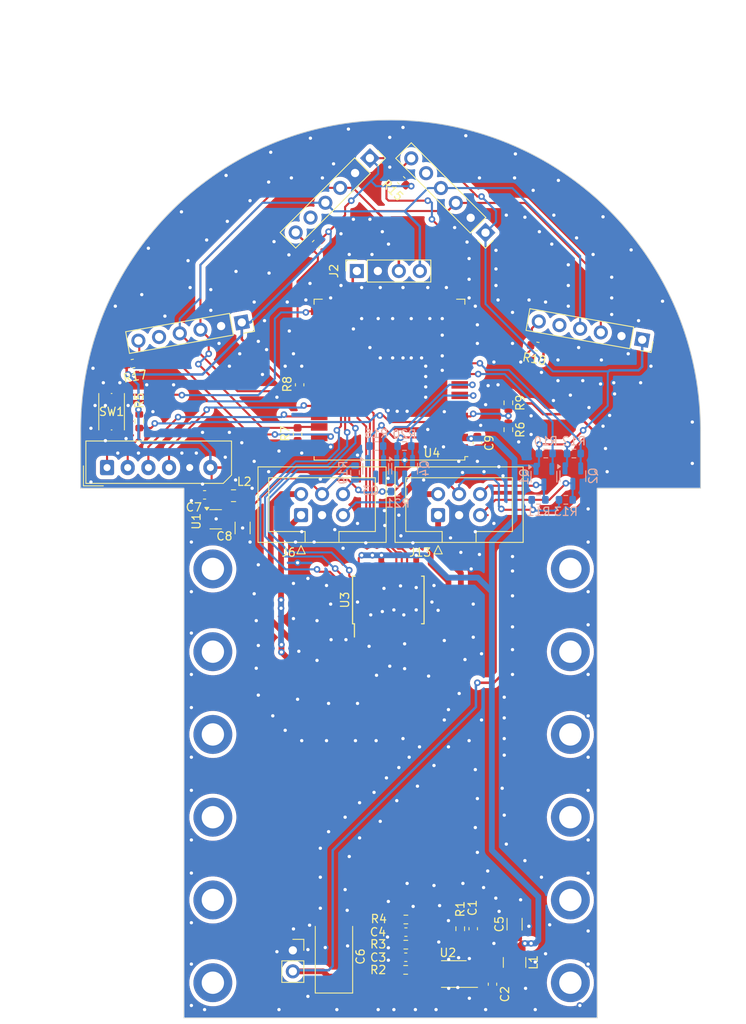
<source format=kicad_pcb>
(kicad_pcb (version 20240108) (generator "pcbnew") (generator_version "8.0")
  (layers (0 "F.Cu" mixed) (31 "B.Cu" signal) (34 "B.Paste" user) (35 "F.Paste" user) (36 "B.SilkS" user "B.Silkscreen") (37 "F.SilkS" user "F.Silkscreen") (38 "B.Mask" user) (39 "F.Mask" user) (44 "Edge.Cuts" user))
  (net 0 "")
  (net 1 "Net-(U2-INTVCC)")
  (net 2 "Net-(U2-BST)")
  (net 3 "Net-(U2-SW)")
  (net 4 "Net-(U2-TR{slash}SS)")
  (net 5 "Net-(U2-FB)")
  (net 6 "VCC")
  (net 7 "RTS")
  (net 8 "CTS")
  (net 9 "TXD")
  (net 10 "RXD")
  (net 11 "Net-(U2-RT)")
  (net 12 "Net-(U2-PG)")
  (net 13 "HALL_MOTORA_A")
  (net 14 "HALL_MOTORA_B")
  (net 15 "HALL_MOTORB_A")
  (net 16 "HALL_MOTORB_B")
  (net 17 "PWMA")
  (net 18 "IN1B")
  (net 19 "IN1A")
  (net 20 "IN2A")
  (net 21 "PWMB")
  (net 22 "+3V3")
  (net 32 "SCL")
  (net 33 "SDA")
  (net 34 "XSHUT1")
  (net 35 "XSHUT2")
  (net 36 "XSHUT4")
  (net 37 "XSHUT5")
  (net 41 "GND")
  (net 42 "MOTORA+")
  (net 43 "MOTORA-")
  (net 44 "MOTORB+")
  (net 45 "MOTORB-")
  (net 46 "IN2B")
  (net 47 "+5V")
  (net 48 "VCC_div_2")
  (net 49 "GYRO_ON")
  (net 54 "HALL_MOTOR_B_A_LOW")
  (net 55 "HALL_MOTOR_B_B_LOW")
  (net 56 "HALL_MOTOR_A_A_LOW")
  (net 57 "HALL_MOTOR_A_B_LOW")
  (net 58 "Net-(U1-SW)")
  (footprint "Connector_PinSocket_2.54mm:PinSocket_1x06_P2.54mm_Vertical" (layer "F.Cu") (at 104.501412 75.958934 -80)
    (property "Reference" "J4")
    (property "Value" "Conn_01x06")
  )
  (footprint "Resistor_SMD:R_0603_1608Metric" (layer "F.Cu") (at 92.1 87.9 -90)
    (property "Reference" "R5")
    (property "Value" "10k")
  )
  (footprint "Capacitor_SMD:C_0603_1608Metric" (layer "F.Cu") (at 132.5 149.225 90)
    (property "Reference" "C1")
    (property "Value" "1u")
  )
  (footprint "MountingHole:MountingHole_2.7mm_M2.5_DIN965_Pad" (layer "F.Cu") (at 101 155.75)
    (property "Reference" "H2")
    (property "Value" "MountingHole")
  )
  (footprint "Connector_PinSocket_2.54mm:PinSocket_1x06_P2.54mm_Vertical" (layer "F.Cu") (at 152.934863 78.049937 -100)
    (property "Reference" "J8")
    (property "Value" "Conn_01x06")
  )
  (footprint "Capacitor_SMD:C_0603_1608Metric" (layer "F.Cu") (at 123.798008 58.798007 135)
    (property "Reference" "R15")
    (property "Value" "10k")
  )
  (footprint "Resistor_SMD:R_0603_1608Metric" (layer "F.Cu") (at 124.350935 148.111672)
    (property "Reference" "R4")
    (property "Value" "1M")
  )
  (footprint "Capacitor_Tantalum_SMD:CP_EIA-7343-15_Kemet-W" (layer "F.Cu") (at 115.65 152.5875 90)
    (property "Reference" "C6")
    (property "Value" "4.7u")
  )
  (footprint "Connector_PinSocket_2.54mm:PinSocket_1x02_P2.54mm_Vertical" (layer "F.Cu") (at 110.675 151.8375)
    (property "Reference" "J9")
    (property "Value" "Conn_01x02")
  )
  (footprint "MountingHole:MountingHole_2.7mm_M2.5_DIN965_Pad" (layer "F.Cu") (at 144.25 145.75)
    (property "Reference" "H14")
    (property "Value" "MountingHole")
  )
  (footprint "Capacitor_SMD:C_1206_3216Metric" (layer "F.Cu") (at 104.6 100.8 -90)
    (property "Reference" "C8")
    (property "Value" "22u")
  )
  (footprint "Capacitor_SMD:C_0603_1608Metric" (layer "F.Cu") (at 111.25 89.475 90)
    (property "Reference" "R7")
    (property "Value" "10k")
  )
  (footprint "RF_Module:ESP32-WROOM-32U" (layer "F.Cu") (at 122.365 82.875 180)
    (property "Reference" "U4")
    (property "Value" "ESP32-WROOM-32U")
  )
  (footprint "Resistor_SMD:R_0603_1608Metric" (layer "F.Cu") (at 130.926583 149.225756 -90)
    (property "Reference" "R1")
    (property "Value" "18.2k")
  )
  (footprint "Capacitor_SMD:C_0603_1608Metric" (layer "F.Cu") (at 124.339188 152.671765 180)
    (property "Reference" "C3")
    (property "Value" "10n")
  )
  (footprint "Package_SO:MSOP-10-1EP_3x3mm_P0.5mm_EP1.68x1.88mm" (layer "F.Cu") (at 130.15 154.7 180)
    (property "Reference" "U2")
    (property "Value" "LT8608")
  )
  (footprint "Connector_PinSocket_2.54mm:PinSocket_1x06_P2.54mm_Vertical" (layer "F.Cu") (at 120 56.111846 -45)
    (property "Reference" "J5")
    (property "Value" "Conn_01x06")
  )
  (footprint "Connector_PinSocket_2.54mm:PinSocket_1x06_P2.54mm_Vertical" (layer "F.Cu") (at 133.983509 65.115002 -135)
    (property "Reference" "J7")
    (property "Value" "Conn_01x06")
  )
  (footprint "Capacitor_SMD:C_0603_1608Metric" (layer "F.Cu") (at 140.236774 78.865423 -10)
    (property "Reference" "R18")
    (property "Value" "10k")
  )
  (footprint "Capacitor_SMD:C_0603_1608Metric" (layer "F.Cu") (at 134.83 155.93 90)
    (property "Reference" "C2")
    (property "Value" "100n")
  )
  (footprint "Resistor_SMD:R_0603_1608Metric" (layer "F.Cu") (at 136.75 88.925 -90)
    (property "Reference" "R6")
    (property "Value" "5M")
  )
  (footprint "Connector_IDC:IDC-Header_2x03_P2.54mm_Vertical" (layer "F.Cu") (at 128.25 99.25 90)
    (property "Reference" "J13")
    (property "Value" "Conn_01x06")
  )
  (footprint "MountingHole:MountingHole_2.7mm_M2.5_DIN965_Pad" (layer "F.Cu") (at 101 145.75)
    (property "Reference" "H16")
    (property "Value" "MountingHole")
  )
  (footprint "Resistor_SMD:R_0603_1608Metric" (layer "F.Cu") (at 124.343131 151.15349)
    (property "Reference" "R3")
    (property "Value" "309K")
  )
  (footprint "MountingHole:MountingHole_2.7mm_M2.5_DIN965_Pad" (layer "F.Cu") (at 144.25 135.75)
    (property "Reference" "H11")
    (property "Value" "MountingHole")
  )
  (footprint "MountingHole:MountingHole_2.7mm_M2.5_DIN965_Pad" (layer "F.Cu") (at 101 135.75)
    (property "Reference" "H13")
    (property "Value" "MountingHole")
  )
  (footprint "Package_TO_SOT_SMD:SOT-363_SC-70-6" (layer "F.Cu") (at 101.35 99.75)
    (property "Reference" "U1")
    (property "Value" "LTC3525")
  )
  (footprint "MountingHole:MountingHole_2.7mm_M2.5_DIN965_Pad" (layer "F.Cu") (at 101 125.75)
    (property "Reference" "H10")
    (property "Value" "MountingHole")
  )
  (footprint "MountingHole:MountingHole_2.7mm_M2.5_DIN965_Pad" (layer "F.Cu") (at 144.25 115.75)
    (property "Reference" "H12")
    (property "Value" "MountingHole")
  )
  (footprint "Button_Switch_SMD:SW_Push_1P1T_NO_CK_KMR2" (layer "F.Cu") (at 88.75 86.75 -90)
    (property "Reference" "SW1")
    (property "Value" "SW_Push")
  )
  (footprint "MountingHole:MountingHole_2.7mm_M2.5_DIN965_Pad" (layer "F.Cu") (at 144.25 155.75)
    (property "Reference" "H1")
    (property "Value" "MountingHole")
  )
  (footprint "Inductor_SMD:L_1210_3225Metric" (layer "F.Cu") (at 137.5 153.3 -90)
    (property "Reference" "L1")
    (property "Value" "2.2uH")
  )
  (footprint "Connector_PinSocket_2.54mm:PinSocket_1x04_P2.54mm_Vertical" (layer "F.Cu") (at 118.42 69.75 90)
    (property "Reference" "J2")
    (property "Value" "Conn_01x04")
  )
  (footprint "Capacitor_SMD:C_0603_1608Metric" (layer "F.Cu") (at 91.336774 80.934577 10)
    (property "Reference" "R17")
    (property "Value" "10k")
  )
  (footprint "Connector_Molex:Molex_SPOX_5267-06A_1x06_P2.50mm_Vertical" (layer "F.Cu") (at 88.2 93.5)
    (property "Reference" "J1")
    (property "Value" "Conn_01x06")
  )
  (footprint "Resistor_SMD:R_0603_1608Metric" (layer "F.Cu") (at 124.325 154.2)
    (property "Reference" "R2")
    (property "Value" "100k")
  )
  (footprint "MountingHole:MountingHole_2.7mm_M2.5_DIN965_Pad" (layer "F.Cu") (at 101 115.75)
    (property "Reference" "H7")
    (property "Value" "MountingHole")
  )
  (footprint "Inductor_SMD:L_0805_2012Metric_Pad1.15x1.40mm_HandSolder" (layer "F.Cu") (at 103.5 96.9)
    (property "Reference" "L2")
    (property "Value" "10u")
  )
  (footprint "Capacitor_SMD:C_0603_1608Metric" (layer "F.Cu") (at 111.5 83.5 -90)
    (property "Reference" "R8")
    (property "Value" "10k")
  )
  (footprint "MountingHole:MountingHole_2.7mm_M2.5_DIN965_Pad" (layer "F.Cu") (at 144.25 125.75)
    (property "Reference" "H15")
    (property "Value" "MountingHole")
  )
  (footprint "Package_SO:SSOP-24_5.3x8.2mm_P0.65mm" (layer "F.Cu") (at 122.225 109.5 90)
    (property "Reference" "U3")
    (property "Value" "TB6612FNG")
  )
  (footprint "Capacitor_SMD:C_0603_1608Metric" (layer "F.Cu") (at 100 96.8 180)
    (property "Reference" "C7")
    (property "Value" "1u")
  )
  (footprint "Capacitor_SMD:C_1206_3216Metric" (layer "F.Cu") (at 137.5 148.675 90)
    (property "Reference" "C5")
    (property "Value" "22u")
  )
  (footprint "Capacitor_SMD:C_0603_1608Metric" (layer "F.Cu") (at 124.353667 149.633537 180)
    (property "Reference" "C4")
    (property "Value" "10p")
  )
  (footprint "Capacitor_SMD:C_0603_1608Metric" (layer "F.Cu") (at 133 90.525 -90)
    (property "Reference" "C9")
    (property "Value" "1u")
  )
  (footprint "MountingHole:MountingHole_2.7mm_M2.5_DIN965_Pad" (layer "F.Cu") (at 101 105.75)
    (property "Reference" "H6")
    (property "Value" "MountingHole")
  )
  (footprint "Capacitor_SMD:C_0603_1608Metric" (layer "F.Cu") (at 113.5 66.5 -135)
    (property "Reference" "R14" (hide yes))
    (property "Value" "10k")
  )
  (footprint "Connector_IDC:IDC-Header_2x03_P2.54mm_Vertical" (layer "F.Cu") (at 111.67 99.25 90)
    (property "Reference" "J6")
    (property "Value" "Conn_01x06")
  )
  (footprint "MountingHole:MountingHole_2.7mm_M2.5_DIN965_Pad" (layer "F.Cu") (at 144.25 105.75)
    (property "Reference" "H8")
    (property "Value" "MountingHole")
  )
  (footprint "Resistor_SMD:R_0603_1608Metric" (layer "F.Cu") (at 136.75 85.675 -90)
    (property "Reference" "R9")
    (property "Value" "5M")
  )
  (footprint "Resistor_SMD:R_0603_1608Metric" (layer "B.Cu") (at 140.4 97.4)
    (property "Reference" "R11")
    (property "Value" "10k")
  )
  (footprint "Resistor_SMD:R_0603_1608Metric" (layer "B.Cu") (at 118.2 94.1 -90)
    (property "Reference" "R19")
    (property "Value" "10k")
  )
  (footprint "Resistor_SMD:R_0603_1608Metric" (layer "B.Cu") (at 124.175 90.9)
    (property "Reference" "R20")
    (property "Value" "10k")
  )
  (footprint "Package_TO_SOT_SMD:SOT-23" (layer "B.Cu") (at 141.05 94.6 -90)
    (property "Reference" "Q1")
    (property "Value" "BSS138")
  )
  (footprint "Package_TO_SOT_SMD:SOT-23" (layer "B.Cu") (at 124.2 93.6375 -90)
    (property "Reference" "Q4")
    (property "Value" "BSS138")
  )
  (footprint "Resistor_SMD:R_0603_1608Metric" (layer "B.Cu") (at 120.775 90.9)
    (property "Reference" "R16")
    (property "Value" "10k")
  )
  (footprint "Resistor_SMD:R_0603_1608Metric" (layer "B.Cu") (at 144.675 91.8)
    (property "Reference" "R12")
    (property "Value" "10k")
  )
  (footprint "Resistor_SMD:R_0603_1608Metric" (layer "B.Cu") (at 141.275 91.8)
    (property "Reference" "R10")
    (property "Value" "10k")
  )
  (footprint "Resistor_SMD:R_0603_1608Metric" (layer "B.Cu") (at 123.375 96.4)
    (property "Reference" "R21")
    (property "Value" "10k")
  )
  (footprint "Package_TO_SOT_SMD:SOT-23" (layer "B.Cu") (at 120.7 93.6625 -90)
    (property "Reference" "Q3")
    (property "Value" "BSS138")
  )
  (footprint "Package_TO_SOT_SMD:SOT-23" (layer "B.Cu") (at 144.55 94.5375 -90)
    (property "Reference" "Q2")
    (property "Value" "BSS138")
  )
  (footprint "Resistor_SMD:R_0603_1608Metric" (layer "B.Cu") (at 143.7 97.4)
    (property "Reference" "R13")
    (property "Value" "10k")
  )
  (gr_line (start 97.5 160) (end 97.5 96) (stroke (width 0.1)) (layer "Edge.Cuts"))
  (gr_line (start 147.5 160) (end 97.5 160) (stroke (width 0.1)) (layer "Edge.Cuts"))
  (gr_line (start 85 90) (end 85 89) (stroke (width 0.1)) (layer "Edge.Cuts"))
  (gr_arc (start 85 89) (mid 122.5 51.5) (end 160 89) (stroke (width 0.1)) (layer "Edge.Cuts"))
  (gr_line (start 85 96) (end 85 90) (stroke (width 0.1)) (layer "Edge.Cuts"))
  (gr_line (start 147.5 160) (end 147.5 96) (stroke (width 0.1)) (layer "Edge.Cuts"))
  (gr_line (start 97.5 96) (end 85 96) (stroke (width 0.1)) (layer "Edge.Cuts"))
  (gr_line (start 147.5 96) (end 159.9 96) (stroke (width 0.1)) (layer "Edge.Cuts"))
  (gr_line (start 159.9 96) (end 160 96) (stroke (width 0.1)) (layer "Edge.Cuts"))
  (gr_line (start 160 96) (end 160 89) (stroke (width 0.1)) (layer "Edge.Cuts"))
  (segment (start 133.636396 154.7) (end 132.3 154.7) (width 0.25) (layer "F.Cu") (net 1))
  (segment (start 134.5 153.836396) (end 133.636396 154.7) (width 0.25) (layer "F.Cu") (net 1))
  (segment (start 134.5 152) (end 134.5 153.836396) (width 0.25) (layer "F.Cu") (net 1))
  (segment (start 132.5 150) (end 134.5 152) (width 0.25) (layer "F.Cu") (net 1))
  (segment (start 132.3 155.7) (end 133.18 156.58) (width 0.25) (layer "F.Cu") (net 2))
  (segment (start 134.83 156.705) (end 133.305 156.705) (width 0.25) (layer "F.Cu") (net 2))
  (segment (start 133.305 156.705) (end 133.18 156.58) (width 0.25) (layer "F.Cu") (net 2))
  (segment (start 137.5 154.7) (end 135.285 154.7) (width 0.25) (layer "F.Cu") (net 3))
  (segment (start 135.285 154.7) (end 134.83 155.155) (width 0.25) (layer "F.Cu") (net 3))
  (segment (start 137.5 154.7) (end 137 155.2) (width 0.25) (layer "F.Cu") (net 3))
  (segment (start 132.3 155.2) (end 134.785 155.2) (width 0.25) (layer "F.Cu") (net 3))
  (segment (start 134.785 155.2) (end 134.83 155.155) (width 0.25) (layer "F.Cu") (net 3))
  (segment (start 137.25 154.95) (end 137.5 154.7) (width 0.25) (layer "F.Cu") (net 3))
  (segment (start 126 153.2) (end 126 152.7) (width 0.25) (layer "F.Cu") (net 4))
  (segment (start 127 154.2) (end 126 153.2) (width 0.25) (layer "F.Cu") (net 4))
  (segment (start 125.971765 152.671765) (end 126 152.7) (width 0.25) (layer "F.Cu") (net 4))
  (segment (start 125.114188 152.671765) (end 125.971765 152.671765) (width 0.25) (layer "F.Cu") (net 4))
  (segment (start 128 154.2) (end 127 154.2) (width 0.25) (layer "F.Cu") (net 4))
  (segment (start 125.175935 148.111672) (end 125.175935 151.145686) (width 0.25) (layer "F.Cu") (net 5))
  (segment (start 126.45349 151.15349) (end 125.168131 151.15349) (width 0.25) (layer "F.Cu") (net 5))
  (segment (start 125.175935 151.145686) (end 125.168131 151.15349) (width 0.25) (layer "F.Cu") (net 5))
  (segment (start 127 152.7) (end 127 151.7) (width 0.25) (layer "F.Cu") (net 5))
  (segment (start 127 151.7) (end 126.45349 151.15349) (width 0.25) (layer "F.Cu") (net 5))
  (segment (start 128 153.7) (end 127 152.7) (width 0.25) (layer "F.Cu") (net 5))
  (segment (start 140 99.8) (end 143.6 99.8) (width 0.3) (layer "F.Cu") (net 6))
  (segment (start 128 155.2) (end 127.75 155.45) (width 0.3) (layer "F.Cu") (net 6))
  (segment (start 127.75 155.45) (end 127.75 155.7) (width 0.3) (layer "F.Cu") (net 6))
  (segment (start 144.45 87.05) (end 140.95 87.05) (width 0.3) (layer "F.Cu") (net 6))
  (segment (start 143.6 99.8) (end 146.1 97.3) (width 0.3) (layer "F.Cu") (net 6))
  (segment (start 140.95 87.05) (end 139.65 85.75) (width 0.3) (layer "F.Cu") (net 6))
  (segment (start 147.2 89.2) (end 145.6 87.6) (width 0.3) (layer "F.Cu") (net 6))
  (segment (start 114.3275 154.3775) (end 115.65 155.7) (width 0.7) (layer "F.Cu") (net 6))
  (segment (start 138.25 85.75) (end 137.35 84.85) (width 0.3) (layer "F.Cu") (net 6))
  (segment (start 147.2 95.1) (end 147.2 89.2) (width 0.3) (layer "F.Cu") (net 6))
  (segment (start 133 119.5) (end 135 119.5) (width 0.3) (layer "F.Cu") (net 6))
  (segment (start 137.35 84.85) (end 136.75 84.85) (width 0.3) (layer "F.Cu") (net 6))
  (segment (start 115.65 155.7) (end 127.75 155.7) (width 0.7) (layer "F.Cu") (net 6))
  (segment (start 139.65 85.75) (end 138.25 85.75) (width 0.3) (layer "F.Cu") (net 6))
  (segment (start 110.675 154.3775) (end 114.3275 154.3775) (width 0.7) (layer "F.Cu") (net 6))
  (segment (start 145.6 87.6) (end 145 87.6) (width 0.3) (layer "F.Cu") (net 6))
  (segment (start 136 103.8) (end 140 99.8) (width 0.3) (layer "F.Cu") (net 6))
  (segment (start 145 87.6) (end 144.45 87.05) (width 0.3) (layer "F.Cu") (net 6))
  (segment (start 136 118.5) (end 136 103.8) (width 0.3) (layer "F.Cu") (net 6))
  (segment (start 127.75 155.7) (end 128 155.7) (width 0.7) (layer "F.Cu") (net 6))
  (segment (start 146.1 97.3) (end 146.1 96.2) (width 0.3) (layer "F.Cu") (net 6))
  (segment (start 146.1 96.2) (end 147.2 95.1) (width 0.3) (layer "F.Cu") (net 6))
  (segment (start 135 119.5) (end 136 118.5) (width 0.3) (layer "F.Cu") (net 6))
  (via (at 133 119.5) (size 0.8) (drill 0.4) (layers "F.Cu" "B.Cu") (net 6))
  (segment (start 115.5 139.75) (end 132.825 122.425) (width 0.3) (layer "B.Cu") (net 6))
  (segment (start 110.675 154.3775) (end 110.812919 154.239581) (width 0.3) (layer "B.Cu") (net 6))
  (segment (start 133 119.5) (end 132.825 119.675) (width 0.3) (layer "B.Cu") (net 6))
  (segment (start 110.812919 154.239581) (end 115.010419 154.239581) (width 0.3) (layer "B.Cu") (net 6))
  (segment (start 115.010419 154.239581) (end 115.5 153.75) (width 0.3) (layer "B.Cu") (net 6))
  (segment (start 132.825 119.675) (end 132.825 122.425) (width 0.3) (layer "B.Cu") (net 6))
  (segment (start 115.5 153.75) (end 115.5 139.75) (width 0.3) (layer "B.Cu") (net 6))
  (segment (start 93.525 88.725) (end 94 88.25) (width 0.25) (layer "F.Cu") (net 7))
  (segment (start 131.41 88.5) (end 131.5 88.59) (width 0.25) (layer "F.Cu") (net 7))
  (segment (start 90.7 91.3) (end 92.1 89.9) (width 0.25) (layer "F.Cu") (net 7))
  (segment (start 122.4 88) (end 121.6 87.2) (width 0.25) (layer "F.Cu") (net 7))
  (segment (start 129.25 88.5) (end 131.41 88.5) (width 0.25) (layer "F.Cu") (net 7))
  (segment (start 128.75 88) (end 129.25 88.5) (width 0.25) (layer "F.Cu") (net 7))
  (segment (start 92.1 89.9) (end 92.1 88.725) (width 0.25) (layer "F.Cu") (net 7))
  (segment (start 90.7 93.5) (end 90.7 91.3) (width 0.25) (layer "F.Cu") (net 7))
  (segment (start 92.1 88.725) (end 93.525 88.725) (width 0.25) (layer "F.Cu") (net 7))
  (segment (start 121.6 87.2) (end 121.2 87.2) (width 0.25) (layer "F.Cu") (net 7))
  (segment (start 122.4 88) (end 128.75 88) (width 0.25) (layer "F.Cu") (net 7))
  (via (at 121.2 87.2) (size 0.8) (drill 0.4) (layers "F.Cu" "B.Cu") (net 7))
  (via (at 93.971168 88.163108) (size 0.8) (drill 0.4) (layers "F.Cu" "B.Cu") (net 7))
  (segment (start 121.1 87.2) (end 121.2 87.2) (width 0.25) (layer "B.Cu") (net 7))
  (segment (start 121 87.1) (end 121.1 87.2) (width 0.25) (layer "B.Cu") (net 7))
  (segment (start 118 88) (end 119.9 88) (width 0.25) (layer "B.Cu") (net 7))
  (segment (start 120.8 87.1) (end 121 87.1) (width 0.25) (layer "B.Cu") (net 7))
  (segment (start 119.9 88) (end 120.8 87.1) (width 0.25) (layer "B.Cu") (net 7))
  (segment (start 118 88) (end 98.413108 88) (width 0.25) (layer "B.Cu") (net 7))
  (segment (start 98.25 88.163108) (end 93.971168 88.163108) (width 0.25) (layer "B.Cu") (net 7))
  (segment (start 98.413108 88) (end 98.25 88.163108) (width 0.25) (layer "B.Cu") (net 7))
  (segment (start 112.38 74.62) (end 112.25 74.75) (width 0.25) (layer "F.Cu") (net 8))
  (segment (start 88.2 91.8) (end 89.55 90.45) (width 0.25) (layer "F.Cu") (net 8))
  (segment (start 89.55 84.7) (end 89.55 88.8) (width 0.25) (layer "F.Cu") (net 8))
  (segment (start 97.2 84.7) (end 97.25 84.75) (width 0.25) (layer "F.Cu") (net 8))
  (segment (start 89.55 90.45) (end 89.55 88.8) (width 0.25) (layer "F.Cu") (net 8))
  (segment (start 88.2 93.5) (end 88.2 91.8) (width 0.25) (layer "F.Cu") (net 8))
  (segment (start 97.25 84.75) (end 97.3 84.7) (width 0.25) (layer "F.Cu") (net 8))
  (segment (start 89.55 84.7) (end 97.2 84.7) (width 0.25) (layer "F.Cu") (net 8))
  (segment (start 113.865 74.62) (end 112.38 74.62) (width 0.25) (layer "F.Cu") (net 8))
  (via (at 97.25 84.75) (size 0.8) (drill 0.4) (layers "F.Cu" "B.Cu") (net 8))
  (via (at 112.25 74.75) (size 0.8) (drill 0.4) (layers "F.Cu" "B.Cu") (net 8))
  (segment (start 106.5 84.75) (end 97.25 84.75) (width 0.25) (layer "B.Cu") (net 8))
  (segment (start 108.5 82.75) (end 106.5 84.75) (width 0.25) (layer "B.Cu") (net 8))
  (segment (start 109.25 74.75) (end 108.5 75.5) (width 0.25) (layer "B.Cu") (net 8))
  (segment (start 112.25 74.75) (end 109.25 74.75) (width 0.25) (layer "B.Cu") (net 8))
  (segment (start 108.5 75.5) (end 108.5 82.75) (width 0.25) (layer "B.Cu") (net 8))
  (segment (start 109.6 87.1) (end 109.7 87.1) (width 0.25) (layer "F.Cu") (net 9))
  (segment (start 93.2 91) (end 96.8 87.4) (width 0.25) (layer "F.Cu") (net 9))
  (segment (start 109.7 87.1) (end 109.92 87.32) (width 0.25) (layer "F.Cu") (net 9))
  (segment (start 109.92 87.32) (end 114.5 87.32) (width 0.25) (layer "F.Cu") (net 9))
  (segment (start 93.2 93.5) (end 93.2 91) (width 0.25) (layer "F.Cu") (net 9))
  (via (at 96.8 87.4) (size 0.8) (drill 0.4) (layers "F.Cu" "B.Cu") (net 9))
  (via (at 109.6 87.1) (size 0.8) (drill 0.4) (layers "F.Cu" "B.Cu") (net 9))
  (segment (start 96.8 87.4) (end 109.3 87.4) (width 0.25) (layer "B.Cu") (net 9))
  (segment (start 109.3 87.4) (end 109.6 87.1) (width 0.25) (layer "B.Cu") (net 9))
  (segment (start 100.4 86.5) (end 100.25 86.5) (width 0.25) (layer "F.Cu") (net 10))
  (segment (start 113.865 86.05) (end 112.05 86.05) (width 0.25) (layer "F.Cu") (net 10))
  (segment (start 100.25 86.5) (end 100.25 86.65) (width 0.25) (layer "F.Cu") (net 10))
  (segment (start 100.25 86.65) (end 95.7 91.2) (width 0.25) (layer "F.Cu") (net 10))
  (segment (start 95.7 91.2) (end 95.7 93.5) (width 0.25) (layer "F.Cu") (net 10))
  (segment (start 112.05 86.05) (end 112 86) (width 0.25) (layer "F.Cu") (net 10))
  (via (at 112 86) (size 0.8) (drill 0.4) (layers "F.Cu" "B.Cu") (net 10))
  (via (at 100.25 86.5) (size 0.8) (drill 0.4) (layers "F.Cu" "B.Cu") (net 10))
  (segment (start 111.75 86.25) (end 112 86) (width 0.25) (layer "B.Cu") (net 10))
  (segment (start 111 86.25) (end 111.75 86.25) (width 0.25) (layer "B.Cu") (net 10))
  (segment (start 100.5 86.25) (end 111 86.25) (width 0.25) (layer "B.Cu") (net 10))
  (segment (start 100.25 86.5) (end 100.5 86.25) (width 0.25) (layer "B.Cu") (net 10))
  (segment (start 131.5 151.7) (end 133 151.7) (width 0.25) (layer "F.Cu") (net 11))
  (segment (start 130.926583 150.050756) (end 130.926583 151.126583) (width 0.25) (layer "F.Cu") (net 11))
  (segment (start 134 152.7) (end 134 153.7) (width 0.25) (layer "F.Cu") (net 11))
  (segment (start 130.926583 151.126583) (end 131.5 151.7) (width 0.25) (layer "F.Cu") (net 11))
  (segment (start 133.5 154.2) (end 132.3 154.2) (width 0.25) (layer "F.Cu") (net 11))
  (segment (start 134 153.7) (end 133.5 154.2) (width 0.25) (layer "F.Cu") (net 11))
  (segment (start 133 151.7) (end 134 152.7) (width 0.25) (layer "F.Cu") (net 11))
  (segment (start 125.65 154.7) (end 125.15 154.2) (width 0.25) (layer "F.Cu") (net 12))
  (segment (start 128 154.7) (end 125.65 154.7) (width 0.25) (layer "F.Cu") (net 12))
  (segment (start 118.2 94.925) (end 120.375 94.925) (width 0.25) (layer "B.Cu") (net 13))
  (segment (start 116.75 96.375) (end 118.2 94.925) (width 0.25) (layer "B.Cu") (net 13))
  (segment (start 116.75 96.71) (end 116.75 96.375) (width 0.25) (layer "B.Cu") (net 13))
  (segment (start 120.375 94.925) (end 120.7 94.6) (width 0.25) (layer "B.Cu") (net 13))
  (segment (start 116.75 99.25) (end 118.3 97.7) (width 0.25) (layer "B.Cu") (net 14))
  (segment (start 124.2 94.575) (end 124.2 96.4) (width 0.25) (layer "B.Cu") (net 14))
  (segment (start 124.2 97.1) (end 124.2 96.4) (width 0.25) (layer "B.Cu") (net 14))
  (segment (start 118.3 97.7) (end 123.6 97.7) (width 0.25) (layer "B.Cu") (net 14))
  (segment (start 123.6 97.7) (end 124.2 97.1) (width 0.25) (layer "B.Cu") (net 14))
  (segment (start 139.4 95.7) (end 140 95.7) (width 0.25) (layer "F.Cu") (net 15))
  (segment (start 140 95.7) (end 140.1 95.6) (width 0.25) (layer "F.Cu") (net 15))
  (segment (start 134.34 95.7) (end 139.4 95.7) (width 0.25) (layer "F.Cu") (net 15))
  (segment (start 133.33 96.71) (end 134.34 95.7) (width 0.25) (layer "F.Cu") (net 15))
  (via (at 140.1 95.6) (size 0.8) (drill 0.4) (layers "F.Cu" "B.Cu") (net 15))
  (segment (start 141.05 97.225) (end 141.225 97.4) (width 0.25) (layer "B.Cu") (net 15))
  (segment (start 140.9875 95.6) (end 141.05 95.5375) (width 0.25) (layer "B.Cu") (net 15))
  (segment (start 141.05 95.5375) (end 141.05 97.225) (width 0.25) (layer "B.Cu") (net 15))
  (segment (start 140.1 95.6) (end 140.9875 95.6) (width 0.25) (layer "B.Cu") (net 15))
  (segment (start 143.7 95.4) (end 143.8 95.4) (width 0.25) (layer "F.Cu") (net 16))
  (segment (start 133.33 99.25) (end 135.18 97.4) (width 0.25) (layer "F.Cu") (net 16))
  (segment (start 141.7 97.4) (end 143.7 95.4) (width 0.25) (layer "F.Cu") (net 16))
  (segment (start 135.18 97.4) (end 141.7 97.4) (width 0.25) (layer "F.Cu") (net 16))
  (segment (start 134.25 99.25) (end 133.33 99.25) (width 0.25) (layer "F.Cu") (net 16))
  (via (at 143.7 95.4) (size 0.8) (drill 0.4) (layers "F.Cu" "B.Cu") (net 16))
  (segment (start 144.525 95.5) (end 144.55 95.475) (width 0.25) (layer "B.Cu") (net 16))
  (segment (start 144.525 97.4) (end 144.525 95.5) (width 0.25) (layer "B.Cu") (net 16))
  (segment (start 143.7 95.4) (end 144.475 95.4) (width 0.25) (layer "B.Cu") (net 16))
  (segment (start 144.475 95.4) (end 144.55 95.475) (width 0.25) (layer "B.Cu") (net 16))
  (segment (start 118 107.1) (end 119.1 107.1) (width 0.25) (layer "F.Cu") (net 17))
  (segment (start 117.5 88) (end 118.25 88.75) (width 0.25) (layer "F.Cu") (net 17))
  (segment (start 115.115 78.43) (end 116 79.315) (width 0.25) (layer "F.Cu") (net 17))
  (segment (start 117.5 105.9) (end 117.5 106.6) (width 0.25) (layer "F.Cu") (net 17))
  (segment (start 113.865 78.43) (end 115.115 78.43) (width 0.25) (layer "F.Cu") (net 17))
  (segment (start 117.5 83.25) (end 117.5 88) (width 0.25) (layer "F.Cu") (net 17))
  (segment (start 119.1 107.1) (end 119.3 106.9) (width 0.25) (layer "F.Cu") (net 17))
  (segment (start 117.5 106.6) (end 118 107.1) (width 0.25) (layer "F.Cu") (net 17))
  (segment (start 119.3 106.9) (end 119.3 105.9) (width 0.25) (layer "F.Cu") (net 17))
  (segment (start 116 79.315) (end 116 81) (width 0.25) (layer "F.Cu") (net 17))
  (segment (start 116 81) (end 117.5 82.5) (width 0.25) (layer "F.Cu") (net 17))
  (segment (start 117.5 105.9) (end 117.3 106.1) (width 0.25) (layer "F.Cu") (net 17))
  (segment (start 117.5 82.5) (end 117.5 83.25) (width 0.25) (layer "F.Cu") (net 17))
  (via (at 117.5 105.9) (size 0.8) (drill 0.4) (layers "F.Cu" "B.Cu") (net 17))
  (via (at 118.25 88.75) (size 0.8) (drill 0.4) (layers "F.Cu" "B.Cu") (net 17))
  (segment (start 118.25 90.522792) (end 116.636396 92.136396) (width 0.25) (layer "B.Cu") (net 17))
  (segment (start 116.636396 92.136396) (end 115.022792 93.75) (width 0.25) (layer "B.Cu") (net 17))
  (segment (start 107.768198 97.254594) (end 107.768198 97.5) (width 0.25) (layer "B.Cu") (net 17))
  (segment (start 115.35 103.75) (end 110.268198 103.75) (width 0.25) (layer "B.Cu") (net 17))
  (segment (start 109.886396 95.136396) (end 107.768198 97.254594) (width 0.25) (layer "B.Cu") (net 17))
  (segment (start 117.5 106) (end 117.5 106) (width 0.25) (layer "B.Cu") (net 17))
  (segment (start 118.25 88.75) (end 118.25 90.522792) (width 0.25) (layer "B.Cu") (net 17))
  (segment (start 111.272792 93.75) (end 109.886396 95.136396) (width 0.25) (layer "B.Cu") (net 17))
  (segment (start 112.5 93.75) (end 111.272792 93.75) (width 0.25) (layer "B.Cu") (net 17))
  (segment (start 117.5 105.9) (end 115.35 103.75) (width 0.25) (layer "B.Cu") (net 17))
  (segment (start 110.268198 103.75) (end 107.768198 101.25) (width 0.25) (layer "B.Cu") (net 17))
  (segment (start 117.5 105.9) (end 117.5 106) (width 0.25) (layer "B.Cu") (net 17))
  (segment (start 115.022792 93.75) (end 112.5 93.75) (width 0.25) (layer "B.Cu") (net 17))
  (segment (start 107.768198 97.5) (end 107.768198 101.25) (width 0.25) (layer "B.Cu") (net 17))
  (segment (start 117 88.25) (end 117 89) (width 0.25) (layer "F.Cu") (net 18))
  (segment (start 115.8 105.7) (end 117.65 107.55) (width 0.25) (layer "F.Cu") (net 18))
  (segment (start 117 89) (end 117.25 89.25) (width 0.25) (layer "F.Cu") (net 18))
  (segment (start 119.286396 107.55) (end 119.95 106.886396) (width 0.25) (layer "F.Cu") (net 18))
  (segment (start 113.865 80.97) (end 115.115 80.97) (width 0.25) (layer "F.Cu") (net 18))
  (segment (start 115.115 80.97) (end 117 82.855) (width 0.25) (layer "F.Cu") (net 18))
  (segment (start 117.65 107.55) (end 119.286396 107.55) (width 0.25) (layer "F.Cu") (net 18))
  (segment (start 117 82.855) (end 117 88.25) (width 0.25) (layer "F.Cu") (net 18))
  (segment (start 119.95 106.886396) (end 119.95 105.9) (width 0.25) (layer "F.Cu") (net 18))
  (via (at 117.25 89.25) (size 0.8) (drill 0.4) (layers "F.Cu" "B.Cu") (net 18))
  (via (at 115.8 105.7) (size 0.8) (drill 0.4) (layers "F.Cu" "B.Cu") (net 18))
  (segment (start 114.886396 93.25) (end 111.25 93.25) (width 0.25) (layer "B.Cu") (net 18))
  (segment (start 115.8 105.7) (end 115.7 105.7) (width 0.25) (layer "B.Cu") (net 18))
  (segment (start 107.318198 101.818198) (end 107.318198 101.75) (width 0.25) (layer "B.Cu") (net 18))
  (segment (start 115.7 105.7) (end 114.25 104.25) (width 0.25) (layer "B.Cu") (net 18))
  (segment (start 115.068198 93.068198) (end 114.886396 93.25) (width 0.25) (layer "B.Cu") (net 18))
  (segment (start 117.25 89.25) (end 117.25 90.886396) (width 0.25) (layer "B.Cu") (net 18))
  (segment (start 109.75 104.25) (end 107.318198 101.818198) (width 0.25) (layer "B.Cu") (net 18))
  (segment (start 107.318198 97.068198) (end 107.318198 101.75) (width 0.25) (layer "B.Cu") (net 18))
  (segment (start 117.25 90.886396) (end 115.068198 93.068198) (width 0.25) (layer "B.Cu") (net 18))
  (segment (start 111.136396 93.25) (end 107.318198 97.068198) (width 0.25) (layer "B.Cu") (net 18))
  (segment (start 111.25 93.25) (end 111.136396 93.25) (width 0.25) (layer "B.Cu") (net 18))
  (segment (start 114.25 104.25) (end 109.75 104.25) (width 0.25) (layer "B.Cu") (net 18))
  (segment (start 115.162348 106.087652) (end 117.074696 108) (width 0.25) (layer "F.Cu") (net 19))
  (segment (start 117.074696 108) (end 119.5 108) (width 0.25) (layer "F.Cu") (net 19))
  (segment (start 113.865 82.24) (end 115.115 82.24) (width 0.25) (layer "F.Cu") (net 19))
  (segment (start 116.5 88.5) (end 116 89) (width 0.25) (layer "F.Cu") (net 19))
  (segment (start 120.6 106.9) (end 120.6 105.9) (width 0.25) (layer "F.Cu") (net 19))
  (segment (start 115.115 82.24) (end 116.5 83.625) (width 0.25) (layer "F.Cu") (net 19))
  (segment (start 119.5 108) (end 120.6 106.9) (width 0.25) (layer "F.Cu") (net 19))
  (segment (start 113.887652 106.087652) (end 115.162348 106.087652) (width 0.25) (layer "F.Cu") (net 19))
  (segment (start 113.6 105.8) (end 113.887652 106.087652) (width 0.25) (layer "F.Cu") (net 19))
  (segment (start 116.5 83.625) (end 116.5 88.5) (width 0.25) (layer "F.Cu") (net 19))
  (via (at 116 89) (size 0.8) (drill 0.4) (layers "F.Cu" "B.Cu") (net 19))
  (via (at 113.6 105.8) (size 0.8) (drill 0.4) (layers "F.Cu" "B.Cu") (net 19))
  (segment (start 109.8 105.8) (end 113.6 105.8) (width 0.25) (layer "B.Cu") (net 19))
  (segment (start 106.75 102.75) (end 109.8 105.8) (width 0.25) (layer "B.Cu") (net 19))
  (segment (start 116 89) (end 116.25 89.25) (width 0.25) (layer "B.Cu") (net 19))
  (segment (start 116.25 91.25) (end 114.75 92.75) (width 0.25) (layer "B.Cu") (net 19))
  (segment (start 111 92.75) (end 106.75 97) (width 0.25) (layer "B.Cu") (net 19))
  (segment (start 114.75 92.75) (end 111 92.75) (width 0.25) (layer "B.Cu") (net 19))
  (segment (start 116.25 89.25) (end 116.25 91.25) (width 0.25) (layer "B.Cu") (net 19))
  (segment (start 106.75 97) (end 106.75 102.75) (width 0.25) (layer "B.Cu") (net 19))
  (segment (start 123 104.172792) (end 119.55 100.722792) (width 0.25) (layer "F.Cu") (net 20))
  (segment (start 123.2 104.4) (end 123 104.2) (width 0.25) (layer "F.Cu") (net 20))
  (segment (start 118.5 87.5) (end 118.5 80.545) (width 0.25) (layer "F.Cu") (net 20))
  (segment (start 123 104.2) (end 123 104.172792) (width 0.25) (layer "F.Cu") (net 20))
  (segment (start 119.55 100.722792) (end 119.55 88.55) (width 0.25) (layer "F.Cu") (net 20))
  (segment (start 123.2 105.9) (end 123.2 104.4) (width 0.25) (layer "F.Cu") (net 20))
  (segment (start 115.115 77.16) (end 113.865 77.16) (width 0.25) (layer "F.Cu") (net 20))
  (segment (start 119.55 88.55) (end 118.5 87.5) (width 0.25) (layer "F.Cu") (net 20))
  (segment (start 118.5 80.545) (end 115.115 77.16) (width 0.25) (layer "F.Cu") (net 20))
  (segment (start 124.5 103.9) (end 123.9 103.3) (width 0.25) (layer "F.Cu") (net 21))
  (segment (start 119.5 80) (end 116.65 77.15) (width 0.25) (layer "F.Cu") (net 21))
  (segment (start 123.9 103.3) (end 123.4 103.3) (width 0.25) (layer "F.Cu") (net 21))
  (segment (start 120.45 86.95) (end 119.5 86) (width 0.25) (layer "F.Cu") (net 21))
  (segment (start 123.4 103.3) (end 120.45 100.35) (width 0.25) (layer "F.Cu") (net 21))
  (segment (start 119.5 86) (end 119.5 80) (width 0.25) (layer "F.Cu") (net 21))
  (segment (start 124.5 105.9) (end 124.5 103.9) (width 0.25) (layer "F.Cu") (net 21))
  (segment (start 120.45 100.35) (end 120.45 86.95) (width 0.25) (layer "F.Cu") (net 21))
  (segment (start 116.65 77.15) (end 116.65 73.62) (width 0.25) (layer "F.Cu") (net 21))
  (segment (start 120.5 153.7) (end 120.5 148.611672) (width 0.25) (layer "F.Cu") (net 22))
  (segment (start 106.75 90.25) (end 103.5 93.5) (width 0.3) (layer "F.Cu") (net 22))
  (segment (start 125 59.5) (end 124.500002 59.5) (width 0.25) (layer "F.Cu") (net 22))
  (segment (start 121.375 104.125) (end 121.375 105) (width 0.7) (layer "F.Cu") (net 22))
  (segment (start 133 89.75) (end 132.5 89.75) (width 0.3) (layer "F.Cu") (net 22))
  (segment (start 144.1 90.7) (end 145.8 89) (width 0.25) (layer "F.Cu") (net 22))
  (segment (start 137.5 151.9) (end 138.4 151) (width 0.7) (layer "F.Cu") (net 22))
  (segment (start 132.5 145.2) (end 124.5 145.2) (width 0.25) (layer "F.Cu") (net 22))
  (segment (start 100.85 96.8) (end 100.85 98.65) (width 0.25) (layer "F.Cu") (net 22))
  (segment (start 98.8 99.3) (end 98.8 100.3) (width 0.25) (layer "F.Cu") (net 22))
  (segment (start 118.65 104.45) (end 119 104.1) (width 0.25) (layer "F.Cu") (net 22))
  (segment (start 100.875 96.9) (end 100.775 96.8) (width 0.25) (layer "F.Cu") (net 22))
  (segment (start 100.4 99.1) (end 99 99.1) (width 0.25) (layer "F.Cu") (net 22))
  (segment (start 120 56.111846) (end 121.638154 56.111846) (width 0.25) (layer "F.Cu") (net 22))
  (segment (start 115 65) (end 117 63) (width 0.25) (layer "F.Cu") (net 22))
  (segment (start 125.6 104.1) (end 125.6 105.7) (width 0.7) (layer "F.Cu") (net 22))
  (segment (start 121.375 105) (end 121.375 105.9) (width 0.7) (layer "F.Cu") (net 22))
  (segment (start 134.5 147.2) (end 132.5 145.2) (width 0.25) (layer "F.Cu") (net 22))
  (segment (start 90.573548 81.069154) (end 90.573548 82.073548) (width 0.3) (layer "F.Cu") (net 22))
  (segment (start 135.95 150.15) (end 134.5 148.7) (width 0.25) (layer "F.Cu") (net 22))
  (segment (start 124.500002 59.5) (end 124.346016 59.346014) (width 0.25) (layer "F.Cu") (net 22))
  (segment (start 133 60.75) (end 133.5 60.75) (width 0.25) (layer "F.Cu") (net 22))
  (segment (start 124.5 145.2) (end 123.578667 146.121333) (width 0.25) (layer "F.Cu") (net 22))
  (segment (start 99 99.1) (end 98.8 99.3) (width 0.25) (layer "F.Cu") (net 22))
  (segment (start 141 80.25) (end 140.75 80.5) (width 0.3) (layer "F.Cu") (net 22))
  (segment (start 117 63) (end 117 62) (width 0.25) (layer "F.Cu") (net 22))
  (segment (start 143.9 90.7) (end 144.1 90.7) (width 0.25) (layer "F.Cu") (net 22))
  (segment (start 123.5 154.2) (end 121 154.2) (width 0.25) (layer "F.Cu") (net 22))
  (segment (start 141 79) (end 141 80.25) (width 0.3) (layer "F.Cu") (net 22))
  (segment (start 92 86.5) (end 92 86.975) (width 0.3) (layer "F.Cu") (net 22))
  (segment (start 117 62) (end 117.75 61.25) (width 0.25) (layer "F.Cu") (net 22))
  (segment (start 130.865 89.86) (end 132.11 89.86) (width 0.3) (layer "F.Cu") (net 22))
  (segment (start 109.225 82.725) (end 111.5 82.725) (width 0.3) (layer "F.Cu") (net 22))
  (segment (start 114.048008 65.951992) (end 115 65) (width 0.25) (layer "F.Cu") (net 22))
  (segment (start 125.6 105.7) (end 125.8 105.9) (width 0.7) (layer "F.Cu") (net 22))
  (segment (start 132.11 89.86) (end 132.25 90) (width 0.3) (layer "F.Cu") (net 22))
  (segment (start 140.5 90.7) (end 143.9 90.7) (width 0.25) (layer "F.Cu") (net 22))
  (segment (start 102.475 96.9) (end 100.875 96.9) (width 0.25) (layer "F.Cu") (net 22))
  (segment (start 121.375 105) (end 121.775 105.4) (width 0.7) (layer "F.Cu") (net 22))
  (segment (start 137.5 151.9) (end 137.5 150.15) (width 0.7) (layer "F.Cu") (net 22))
  (segment (start 90.573548 82.073548) (end 90.75 82.25) (width 0.3) (layer "F.Cu") (net 22))
  (segment (start 121.4 104.1) (end 121.375 104.125) (width 0.7) (layer "F.Cu") (net 22))
  (segment (start 123.75 54) (end 126.25 54) (width 0.25) (layer "F.Cu") (net 22))
  (segment (start 100.85 98.65) (end 100.4 99.1) (width 0.25) (layer "F.Cu") (net 22))
  (segment (start 121 154.2) (end 120.5 153.7) (width 0.25) (layer "F.Cu") (net 22))
  (segment (start 126.25 54) (end 133 60.75) (width 0.25) (layer "F.Cu") (net 22))
  (segment (start 98.8 100.3) (end 98.9 100.4) (width 0.25) (layer "F.Cu") (net 22))
  (segment (start 100.85 96.8) (end 100.85 93.65) (width 0.25) (layer "F.Cu") (net 22))
  (segment (start 121.775 105.4) (end 121.775 105.9) (width 0.7) (layer "F.Cu") (net 22))
  (segment (start 104.501412 78.001412) (end 109.225 82.725) (width 0.3) (layer "F.Cu") (net 22))
  (segment (start 132.5 89.75) (end 132.25 90) (width 0.3) (layer "F.Cu") (net 22))
  (segment (start 120.5 148.611672) (end 121 148.111672) (width 0.25) (layer "F.Cu") (net 22))
  (segment (start 121.638154 56.111846) (end 123.75 54) (width 0.25) (layer "F.Cu") (net 22))
  (segment (start 121.4 88.4) (end 122.9 89.9) (width 0.25) (layer "F.Cu") (net 22))
  (segment (start 122.9 89.9) (end 123.7 89.9) (width 0.25) (layer "F.Cu") (net 22))
  (segment (start 137.5 150.15) (end 135.95 150.15) (width 0.25) (layer "F.Cu") (net 22))
  (segment (start 118.65 105.9) (end 118.65 104.45) (width 0.25) (layer "F.Cu") (net 22))
  (segment (start 123.74 89.86) (end 130.865 89.86) (width 0.25) (layer "F.Cu") (net 22))
  (segment (start 104.501412 75.958934) (end 104.501412 78.001412) (width 0.3) (layer "F.Cu") (net 22))
  (segment (start 111.25 90.25) (end 106.75 90.25) (width 0.3) (layer "F.Cu") (net 22))
  (segment (start 123.7 89.9) (end 123.74 89.86) (width 0.25) (layer "F.Cu") (net 22))
  (segment (start 123.578667 146.121333) (end 123.578667 149.633537) (width 0.25) (layer "F.Cu") (net 22))
  (segment (start 134.5 148.7) (end 134.5 147.2) (width 0.25) (layer "F.Cu") (net 22))
  (segment (start 121 148.111672) (end 123.525935 148.111672) (width 0.25) (layer "F.Cu") (net 22))
  (segment (start 103.5 93.5) (end 100.7 93.5) (width 0.3) (layer "F.Cu") (net 22))
  (segment (start 92 86.975) (end 92.1 87.075) (width 0.3) (layer "F.Cu") (net 22))
  (segment (start 138.4 151) (end 138.75 151) (width 0.7) (layer "F.Cu") (net 22))
  (segment (start 98.9 100.4) (end 100.4 100.4) (width 0.25) (layer "F.Cu") (net 22))
  (segment (start 100.85 93.65) (end 100.7 93.5) (width 0.25) (layer "F.Cu") (net 22))
  (via (at 132.25 90) (size 0.8) (drill 0.4) (layers "F.Cu" "B.Cu") (net 22))
  (via (at 139.5 151) (size 0.8) (drill 0.4) (layers "F.Cu" "B.Cu") (net 22))
  (via (at 125.6 104.1) (size 0.8) (drill 0.4) (layers "F.Cu" "B.Cu") (net 22))
  (via (at 121.4 104.1) (size 0.8) (drill 0.4) (layers "F.Cu" "B.Cu") (net 22))
  (via (at 90.75 82.25) (size 0.8) (drill 0.4) (layers "F.Cu" "B.Cu") (net 22))
  (via (at 121.4 88.4) (size 0.8) (drill 0.4) (layers "F.Cu" "B.Cu") (net 22))
  (via (at 92 86.5) (size 0.8) (drill 0.4) (layers "F.Cu" "B.Cu") (net 22))
  (via (at 115 65) (size 0.8) (drill 0.4) (layers "F.Cu" "B.Cu") (net 22))
  (via (at 138.75 151) (size 0.8) (drill 0.4) (layers "F.Cu" "B.Cu") (net 22))
  (via (at 125 59.5) (size 0.8) (drill 0.4) (layers "F.Cu" "B.Cu") (net 22))
  (via (at 143.9 90.7) (size 0.8) (drill 0.4) (layers "F.Cu" "B.Cu") (net 22))
  (via (at 117.75 61.25) (size 0.8) (drill 0.4) (layers "F.Cu" "B.Cu") (net 22))
  (via (at 145.8 89) (size 0.8) (drill 0.4) (layers "F.Cu" "B.Cu") (net 22))
  (via (at 119 104.1) (size 0.8) (drill 0.4) (layers "F.Cu" "B.Cu") (net 22))
  (via (at 140.5 90.7) (size 0.8) (drill 0.4) (layers "F.Cu" "B.Cu") (net 22))
  (via (at 120.3 104.1) (size 0.8) (drill 0.4) (layers "F.Cu" "B.Cu") (net 22))
  (via (at 140.75 80.5) (size 0.8) (drill 0.4) (layers "F.Cu" "B.Cu") (net 22))
  (via (at 133.5 60.75) (size 0.8) (drill 0.4) (layers "F.Cu" "B.Cu") (net 22))
  (via (at 123.7 89.9) (size 0.8) (drill 0.4) (layers "F.Cu" "B.Cu") (net 22))
  (segment (start 134.75 108.5) (end 133.05 106.8) (width 0.7) (layer "B.Cu") (net 22))
  (segment (start 140.1 93.6625) (end 139.6875 93.25) (width 0.25) (layer "B.Cu") (net 22))
  (segment (start 99.75 82.25) (end 104.501412 77.498588) (width 0.3) (layer "B.Cu") (net 22))
  (segment (start 119.95 92.525) (end 119.75 92.725) (width 0.25) (layer "B.Cu") (net 22))
  (segment (start 120.75 59.5) (end 125 59.5) (width 0.25) (layer "B.Cu") (net 22))
  (segment (start 105.541066 75.958934) (end 112 69.5) (width 0.3) (layer "B.Cu") (net 22))
  (segment (start 149 81.75) (end 152.5 81.75) (width 0.3) (layer "B.Cu") (net 22))
  (segment (start 137.5 92.5) (end 136.5 91.5) (width 0.7) (layer "B.Cu") (net 22))
  (segment (start 123.35 92.6) (end 123.25 92.7) (width 0.25) (layer "B.Cu") (net 22))
  (segment (start 143.85 91.8) (end 143.85 93.35) (width 0.25) (layer "B.Cu") (net 22))
  (segment (start 133.983509 73.733509) (end 140.75 80.5) (width 0.25) (layer "B.Cu") (net 22))
  (segment (start 121.4 104.1) (end 120.3 104.1) (width 0.7) (layer "B.Cu") (net 22))
  (segment (start 134.75 102.5) (end 137.5 99.75) (width 0.7) (layer "B.Cu") (net 22))
  (segment (start 121 58) (end 121 57.111846) (width 0.25) (layer "B.Cu") (net 22))
  (segment (start 134.75 139.75) (end 134.75 119.25) (width 0.7) (layer "B.Cu") (net 22))
  (segment (start 132.25 90) (end 132 90) (width 0.7) (layer "B.Cu") (net 22))
  (segment (start 148.775 81.975) (end 148.875 81.875) (width 0.25) (layer "B.Cu") (net 22))
  (segment (start 99.5 90.5) (end 92.5 90.5) (width 0.3) (layer "B.Cu") (net 22))
  (segment (start 143.85 93.35) (end 143.6 93.6) (width 0.25) (layer "B.Cu") (net 22))
  (segment (start 139.5 151) (end 140 151) (width 0.7) (layer "B.Cu") (net 22))
  (segment (start 143.85 90.75) (end 143.9 90.7) (width 0.25) (layer "B.Cu") (net 22))
  (segment (start 140.45 90.75) (end 140.5 90.7) (width 0.25) (layer "B.Cu") (net 22))
  (segment (start 92 90) (end 92 86.5) (width 0.3) (layer "B.Cu") (net 22))
  (segment (start 119.95 90.9) (end 119.95 89.85) (width 0.25) (layer "B.Cu") (net 22))
  (segment (start 92 83.5) (end 90.75 82.25) (width 0.3) (layer "B.Cu") (net 22))
  (segment (start 133.983509 65.115002) (end 135.25 63.848511) (width 0.25) (layer "B.Cu") (net 22))
  (segment (start 119.95 89.85) (end 121.4 88.4) (width 0.25) (layer "B.Cu") (net 22))
  (segment (start 100.7 93.5) (end 100.7 91.7) (width 0.3) (layer "B.Cu") (net 22))
  (segment (start 104.501412 77.498588) (end 104.501412 75.958934) (width 0.3) (layer "B.Cu") (net 22))
  (segment (start 140.375 150.625) (end 140.375 145.375) (width 0.7) (layer "B.Cu") (net 22))
  (segment (start 123.35 90.9) (end 123.35 92.6) (width 0.25) (layer "B.Cu") (net 22))
  (segment (start 112 69.5) (end 115.25 66.25) (width 0.3) (layer "B.Cu") (net 22))
  (segment (start 120.3 104.1) (end 119 104.1) (width 0.7) (layer "B.Cu") (net 22))
  (segment (start 138.75 151) (end 139.5 151) (width 0.7) (layer "B.Cu") (net 22))
  (segment (start 143.85 91.8) (end 143.85 90.75) (width 0.25) (layer "B.Cu") (net 22))
  (segment (start 140 151) (end 140.375 150.625) (width 0.7) (layer "B.Cu") (net 22))
  (segment (start 92.5 90.5) (end 92 90) (width 0.3) (layer "B.Cu") (net 22))
  (segment (start 139.6875 93.25) (end 137.5 93.25) (width 0.25) (layer "B.Cu") (net 22))
  (segment (start 137.5 93.25) (end 137.5 92.5) (width 0.7) (layer "B.Cu") (net 22))
  (segment (start 135 90) (end 132.25 90) (width 0.7) (layer "B.Cu") (net 22))
  (segment (start 140.45 91.8) (end 140.45 90.75) (width 0.25) (layer "B.Cu") (net 22))
  (segment (start 100.7 91.7) (end 100.25 91.25) (width 0.3) (layer "B.Cu") (net 22))
  (segment (start 120.125 58.875) (end 121 58) (width 0.25) (layer "B.Cu") (net 22))
  (segment (start 120.125 58.875) (end 120.75 59.5) (width 0.25) (layer "B.Cu") (net 22))
  (segment (start 140.375 145.375) (end 134.75 139.75) (width 0.7) (layer "B.Cu") (net 22))
  (segment (start 92 84) (end 92 83.5) (width 0.3) (layer "B.Cu") (net 22))
  (segment (start 135.25 63.848511) (end 135.25 62.5) (width 0.25) (layer "B.Cu") (net 22))
  (segment (start 140.75 80.5) (end 142.125 81.875) (width 0.25) (layer "B.Cu") (net 22))
  (segment (start 126.8 104.2) (end 126.7 104.1) (width 0.7) (layer "B.Cu") (net 22))
  (segment (start 134.75 119.25) (end 134.75 108.5) (width 0.7) (layer "B.Cu") (net 22))
  (segment (start 126.7 104.1) (end 125.6 104.1) (width 0.7) (layer "B.Cu") (net 22))
  (segment (start 135.25 62.5) (end 133.5 60.75) (width 0.25) (layer "B.Cu") (net 22))
  (segment (start 134.75 108.5) (end 134.75 102.5) (width 0.7) (layer "B.Cu") (net 22))
  (segment (start 140.45 91.8) (end 140.45 93.3125) (width 0.25) (layer "B.Cu") (net 22))
  (segment (start 152.5 81.75) (end 152.934863 81.315137) (width 0.3) (layer "B.Cu") (net 22))
  (segment (start 140.45 93.3125) (end 140.1 93.6625) (width 0.25) (layer "B.Cu") (net 22))
  (segment (start 104.501412 75.958934) (end 105.541066 75.958934) (width 0.3) (layer "B.Cu") (net 22))
  (segment (start 117.75 61.25) (end 120.125 58.875) (width 0.25) (layer "B.Cu") (net 22))
  (segment (start 115.25 65.25) (end 115.25 66.25) (width 0.25) (layer "B.Cu") (net 22))
  (segment (start 125.6 104.1) (end 121.4 104.1) (width 0.7) (layer "B.Cu") (net 22))
  (segment (start 133.983509 65.115002) (end 133.983509 73.733509) (width 0.25) (layer "B.Cu") (net 22))
  (segment (start 148.775 86.025) (end 148.775 81.975) (width 0.25) (layer "B.Cu") (net 22))
  (segment (start 90.75 82.25) (end 99.75 82.25) (width 0.3) (layer "B.Cu") (net 22))
  (segment (start 121 57.111846) (end 120 56.111846) (width 0.25) (layer "B.Cu") (net 22))
  (segment (start 100.25 91.25) (end 99.5 90.5) (width 0.3) (layer "B.Cu") (net 22))
  (segment (start 148.875 81.875) (end 149 81.75) (width 0.3) (layer "B.Cu") (net 22))
  (segment (start 123.35 90.25) (end 123.7 89.9) (width 0.25) (layer "B.Cu") (net 22))
  (segment (start 145.8 89) (end 148.775 86.025) (width 0.25) (layer "B.Cu") (net 22))
  (segment (start 129.4 106.8) (end 126.8 104.2) (width 0.7) (layer "B.Cu") (net 22))
  (segment (start 92 86.5) (end 92 84) (width 0.3) (layer "B.Cu") (net 22))
  (segment (start 115 65) (end 115.25 65.25) (width 0.25) (layer "B.Cu") (net 22))
  (segment (start 136.5 91.5) (end 135 90) (width 0.7) (layer "B.Cu") (net 22))
  (segment (start 133.05 106.8) (end 129.4 106.8) (width 0.7) (layer "B.Cu") (net 22))
  (segment (start 142.125 81.875) (end 148.875 81.875) (width 0.25) (layer "B.Cu") (net 22))
  (segment (start 137.5 99.75) (end 137.5 93.25) (width 0.7) (layer "B.Cu") (net 22))
  (segment (start 123.35 90.9) (end 123.35 90.25) (width 0.25) (layer "B.Cu") (net 22))
  (segment (start 152.934863 81.315137) (end 152.934863 78.049937) (width 0.3) (layer "B.Cu") (net 22))
  (segment (start 119.95 90.9) (end 119.95 92.525) (width 0.25) (layer "B.Cu") (net 22))
  (segment (start 147.93204 77.167804) (end 147.93204 70.68204) (width 0.25) (layer "F.Cu") (net 32))
  (segment (start 111.36 88.59) (end 111.25 88.7) (width 0.25) (layer "F.Cu") (net 32))
  (segment (start 138.7729 61.5229) (end 130.391407 61.5229) (width 0.25) (layer "F.Cu") (net 32))
  (segment (start 113.865 88.59) (end 111.36 88.59) (width 0.25) (layer "F.Cu") (net 32))
  (segment (start 117.953948 59.703948) (end 120.75 62.5) (width 0.25) (layer "F.Cu") (net 32))
  (segment (start 123.5 69.75) (end 123.5 65.25) (width 0.3) (layer "F.Cu") (net 32))
  (segment (start 129.414307 62.5) (end 130.391407 61.5229) (width 0.25) (layer "F.Cu") (net 32))
  (segment (start 100.5 77.842478) (end 99.498589 76.841067) (width 0.25) (layer "F.Cu") (net 32))
  (segment (start 108.796052 59.703948) (end 116.407898 59.703948) (width 0.25) (layer "F.Cu") (net 32))
  (segment (start 99.498589 69.001411) (end 108.796052 59.703948) (width 0.25) (layer "F.Cu") (net 32))
  (segment (start 120.75 62.5) (end 129.414307 62.5) (width 0.25) (layer "F.Cu") (net 32))
  (segment (start 99.498589 76.841067) (end 99.498589 69.001411) (width 0.25) (layer "F.Cu") (net 32))
  (segment (start 116.407898 59.703948) (end 117.953948 59.703948) (width 0.25) (layer "F.Cu") (net 32))
  (segment (start 123.5 65.25) (end 120.75 62.5) (width 0.3) (layer "F.Cu") (net 32))
  (segment (start 147.93204 70.68204) (end 138.7729 61.5229) (width 0.25) (layer "F.Cu") (net 32))
  (segment (start 100.5 79.75) (end 100.5 77.842478) (width 0.25) (layer "F.Cu") (net 32))
  (segment (start 111.25 88.7) (end 106.95 88.7) (width 0.25) (layer "F.Cu") (net 32))
  (segment (start 106.95 88.7) (end 99.25 81) (width 0.25) (layer "F.Cu") (net 32))
  (via (at 99.25 81) (size 0.8) (drill 0.4) (layers "F.Cu" "B.Cu") (net 32))
  (via (at 100.5 79.75) (size 0.8) (drill 0.4) (layers "F.Cu" "B.Cu") (net 32))
  (segment (start 99.25 81) (end 100.5 79.75) (width 0.25) (layer "B.Cu") (net 32))
  (segment (start 112.005 84.78) (end 111.5 84.275) (width 0.25) (layer "F.Cu") (net 33))
  (segment (start 111.5 84.275) (end 103.990044 84.275) (width 0.25) (layer "F.Cu") (net 33))
  (segment (start 113.865 84.78) (end 112.005 84.78) (width 0.25) (layer "F.Cu") (net 33))
  (segment (start 103.990044 84.275) (end 96.997177 77.282133) (width 0.25) (layer "F.Cu") (net 33))
  (segment (start 97.002823 78.002823) (end 97.002823 77.117867) (width 0.25) (layer "F.Cu") (net 33))
  (segment (start 99.5 73) (end 96.997177 75.502823) (width 0.25) (layer "B.Cu") (net 33))
  (segment (start 99.5 69) (end 99.5 73) (width 0.25) (layer "B.Cu") (net 33))
  (segment (start 137.226848 59.726848) (end 145.430628 67.930628) (width 0.25) (layer "B.Cu") (net 33))
  (segment (start 115.647948 62.536102) (end 114.611846 61.5) (width 0.25) (layer "B.Cu") (net 33))
  (segment (start 128.595355 59.726848) (end 127.023152 59.726848) (width 0.25) (layer "B.Cu") (net 33))
  (segment (start 124.213898 62.536102) (end 115.647948 62.536102) (width 0.25) (layer "B.Cu") (net 33))
  (segment (start 114.611846 61.5) (end 107 61.5) (width 0.25) (layer "B.Cu") (net 33))
  (segment (start 126.04 69.75) (end 126.04 64.362204) (width 0.3) (layer "B.Cu") (net 33))
  (segment (start 145.430628 67.930628) (end 145.430628 76.726738) (width 0.25) (layer "B.Cu") (net 33))
  (segment (start 127.023152 59.726848) (end 124.213898 62.536102) (width 0.25) (layer "B.Cu") (net 33))
  (segment (start 126.04 64.362204) (end 124.213898 62.536102) (width 0.3) (layer "B.Cu") (net 33))
  (segment (start 128.595355 59.726848) (end 137.226848 59.726848) (width 0.25) (layer "B.Cu") (net 33))
  (segment (start 107 61.5) (end 99.5 69) (width 0.25) (layer "B.Cu") (net 33))
  (segment (start 96.997177 75.502823) (end 96.997177 77.282133) (width 0.25) (layer "B.Cu") (net 33))
  (segment (start 92.1 80.8) (end 92.1 78.269912) (width 0.25) (layer "F.Cu") (net 34))
  (segment (start 96.8 80.8) (end 100 84) (width 0.25) (layer "F.Cu") (net 34))
  (segment (start 113.975 89.75) (end 113.865 89.86) (width 0.25) (layer "F.Cu") (net 34))
  (segment (start 92.1 78.269912) (end 91.994354 78.164266) (width 0.25) (layer "F.Cu") (net 34))
  (segment (start 100 84) (end 105.5 89.5) (width 0.25) (layer "F.Cu") (net 34))
  (segment (start 105.5 89.5) (end 108.5 89.5) (width 0.25) (layer "F.Cu") (net 34))
  (segment (start 115.25 89.75) (end 113.975 89.75) (width 0.25) (layer "F.Cu") (net 34))
  (segment (start 92.1 80.8) (end 96.8 80.8) (width 0.25) (layer "F.Cu") (net 34))
  (via (at 115.25 89.75) (size 0.8) (drill 0.4) (layers "F.Cu" "B.Cu") (net 34))
  (via (at 108.5 89.5) (size 0.8) (drill 0.4) (layers "F.Cu" "B.Cu") (net 34))
  (segment (start 108.5 89.5) (end 115 89.5) (width 0.25) (layer "B.Cu") (net 34))
  (segment (start 115 89.5) (end 115.25 89.75) (width 0.25) (layer "B.Cu") (net 34))
  (segment (start 111.019744 65.11576) (end 111.019744 65.092102) (width 0.25) (layer "F.Cu") (net 35))
  (segment (start 112.615 79.7) (end 113.865 79.7) (width 0.25) (layer "F.Cu") (net 35))
  (segment (start 113.701992 68.548008) (end 111.25 71) (width 0.25) (layer "F.Cu") (net 35))
  (segment (start 113.701992 67.798008) (end 113.701992 68.548008) (width 0.25) (layer "F.Cu") (net 35))
  (segment (start 112.951992 67.048008) (end 111.019744 65.11576) (width 0.25) (layer "F.Cu") (net 35))
  (segment (start 112.951992 67.048008) (end 113.701992 67.798008) (width 0.25) (layer "F.Cu") (net 35))
  (segment (start 111.25 78.335) (end 112.615 79.7) (width 0.25) (layer "F.Cu") (net 35))
  (segment (start 111.25 71) (end 111.25 78.335) (width 0.25) (layer "F.Cu") (net 35))
  (segment (start 130.865 66.865) (end 127.5 63.5) (width 0.25) (layer "F.Cu") (net 36))
  (segment (start 123.25 57.887999) (end 123.25 58.25) (width 0.25) (layer "F.Cu") (net 36))
  (segment (start 127 61.25) (end 122.25 61.25) (width 0.25) (layer "F.Cu") (net 36))
  (segment (start 122.75 58.75) (end 123.25 58.25) (width 0.25) (layer "F.Cu") (net 36))
  (segment (start 125.003253 56.134746) (end 123.25 57.887999) (width 0.25) (layer "F.Cu") (net 36))
  (segment (start 122 59.25) (end 122.5 58.75) (width 0.25) (layer "F.Cu") (net 36))
  (segment (start 130.865 74.62) (end 130.865 66.865) (width 0.25) (layer "F.Cu") (net 36))
  (segment (start 122 61) (end 122 59.25) (width 0.25) (layer "F.Cu") (net 36))
  (segment (start 122.5 58.75) (end 122.75 58.75) (width 0.25) (layer "F.Cu") (net 36))
  (segment (start 122.25 61.25) (end 122 61) (width 0.25) (layer "F.Cu") (net 36))
  (via (at 127.5 63.5) (size 0.8) (drill 0.4) (layers "F.Cu" "B.Cu") (net 36))
  (via (at 127 61.25) (size 0.8) (drill 0.4) (layers "F.Cu" "B.Cu") (net 36))
  (segment (start 127.5 63.5) (end 127.5 61.5) (width 0.25) (layer "B.Cu") (net 36))
  (segment (start 127.25 61.25) (end 127 61.25) (width 0.25) (layer "B.Cu") (net 36))
  (segment (start 127.5 61.5) (end 127.25 61.25) (width 0.25) (layer "B.Cu") (net 36))
  (segment (start 139.6 76.67241) (end 140.427805 75.844605) (width 0.25) (layer "F.Cu") (net 37))
  (segment (start 130.865 79.7) (end 139.05 79.7) (width 0.25) (layer "F.Cu") (net 37))
  (segment (start 139.05 79.7) (end 139.473548 79.276452) (width 0.25) (layer "F.Cu") (net 37))
  (segment (start 139.6 78.4) (end 139.6 76.67241) (width 0.25) (layer "F.Cu") (net 37))
  (segment (start 139.473548 79.276452) (end 139.473548 78.730846) (width 0.25) (layer "F.Cu") (net 37))
  (segment (start 140.492942 75.794668) (end 140.492942 75.492942) (width 0.5) (layer "B.Cu") (net 37))
  (segment (start 119.95 111.45) (end 120.1 111.3) (width 0.25) (layer "F.Cu") (net 41))
  (segment (start 100.4 99.75) (end 101.35 99.75) (width 0.25) (layer "F.Cu") (net 41))
  (segment (start 122.55 105.9) (end 122.55 107.25) (width 0.25) (layer "F.Cu") (net 41))
  (segment (start 123.85 111.55) (end 124.1 111.3) (width 0.25) (layer "F.Cu") (net 41))
  (segment (start 120.6 114.5) (end 119.95 115.15) (width 0.25) (layer "F.Cu") (net 41))
  (segment (start 101.4 99.7) (end 101.45 99.75) (width 0.25) (layer "F.Cu") (net 41))
  (segment (start 124.3 111.3) (end 124.1 111.3) (width 0.25) (layer "F.Cu") (net 41))
  (segment (start 101.45 99.75) (end 102.3 99.75) (width 0.25) (layer "F.Cu") (net 41))
  (segment (start 132.3 153.7) (end 131.83 153.23) (width 0.3) (layer "F.Cu") (net 41))
  (segment (start 123.85 113.1) (end 123.85 114.45) (width 0.25) (layer "F.Cu") (net 41))
  (segment (start 124.1 111.3) (end 124 111.3) (width 0.25) (layer "F.Cu") (net 41))
  (segment (start 124.5 111.5) (end 124.4 111.4) (width 0.25) (layer "F.Cu") (net 41))
  (segment (start 123.85 113.1) (end 123.85 111.55) (width 0.25) (layer "F.Cu") (net 41))
  (segment (start 124.2 114.8) (end 124.5 114.5) (width 0.25) (layer "F.Cu") (net 41))
  (segment (start 131.83 153.23) (end 132.03 152.83) (width 0.3) (layer "F.Cu") (net 41))
  (segment (start 132.03 152.83) (end 131.83 152.93) (width 0.3) (layer "F.Cu") (net 41))
  (segment (start 124.5 113.1) (end 124.5 111.5) (width 0.25) (layer "F.Cu") (net 41))
  (segment (start 122.55 107.25) (end 121.7 108.1) (width 0.25) (layer "F.Cu") (net 41))
  (segment (start 120.1 111.3) (end 120.2 111.2) (width 0.25) (layer "F.Cu") (net 41))
  (segment (start 101.35 99.75) (end 101.4 99.7) (width 0.25) (layer "F.Cu") (net 41))
  (segment (start 124.4 111.4) (end 124.3 111.3) (width 0.25) (layer "F.Cu") (net 41))
  (segment (start 123.85 114.45) (end 124.2 114.8) (width 0.25) (layer "F.Cu") (net 41))
  (segment (start 119.95 115.15) (end 119.9 115.2) (width 0.25) (layer "F.Cu") (net 41))
  (segment (start 120.6 113.1) (end 120.6 114.5) (width 0.25) (layer "F.Cu") (net 41))
  (segment (start 119.95 113.1) (end 119.9 115.1) (width 0.25) (layer "F.Cu") (net 41))
  (segment (start 124.5 114.5) (end 124.5 113.1) (width 0.25) (layer "F.Cu") (net 41))
  (segment (start 120.2 111.2) (end 120.6 111.6) (width 0.25) (layer "F.Cu") (net 41))
  (segment (start 119.95 113.1) (end 119.95 111.45) (width 0.25) (layer "F.Cu") (net 41))
  (segment (start 119.9 115.1) (end 119.95 115.15) (width 0.25) (layer "F.Cu") (net 41))
  (segment (start 120.6 111.6) (end 120.6 113.1) (width 0.25) (layer "F.Cu") (net 41))
  (via (at 132.75 137) (size 0.8) (drill 0.4) (layers "F.Cu" "B.Cu") (net 41))
  (via (at 122.9 110.7) (size 0.8) (drill 0.4) (layers "F.Cu" "B.Cu") (net 41))
  (via (at 111 102.5) (size 0.8) (drill 0.4) (layers "F.Cu" "B.Cu") (net 41))
  (via (at 111.75 101.25) (size 0.8) (drill 0.4) (layers "F.Cu" "B.Cu") (net 41))
  (via (at 116.75 103.25) (size 0.8) (drill 0.4) (layers "F.Cu" "B.Cu") (net 41))
  (via (at 137.25 115.5) (size 0.8) (drill 0.4) (layers "F.Cu" "B.Cu") (net 41))
  (via (at 129.5 148.25) (size 0.8) (drill 0.4) (layers "F.Cu" "B.Cu") (net 41))
  (via (at 127.75 107.75) (size 0.8) (drill 0.4) (layers "F.Cu" "B.Cu") (net 41))
  (via (at 114.75 126.5) (size 0.8) (drill 0.4) (layers "F.Cu" "B.Cu") (net 41))
  (via (at 109 91.5) (size 0.8) (drill 0.4) (layers "F.Cu" "B.Cu") (net 41))
  (via (at 132.75 101.25) (size 0.8) (drill 0.4) (layers "F.Cu" "B.Cu") (net 41))
  (via (at 134 159) (size 0.8) (drill 0.4) (layers "F.Cu" "B.Cu") (net 41))
  (via (at 122.9 159) (size 0.8) (drill 0.4) (layers "F.Cu" "B.Cu") (net 41))
  (via (at 118.5 122) (size 0.8) (drill 0.4) (layers "F.Cu" "B.Cu") (net 41))
  (via (at 133.5 116) (size 0.8) (drill 0.4) (layers "F.Cu" "B.Cu") (net 41))
  (via (at 146.4 108.5) (size 0.8) (drill 0.4) (layers "F.Cu" "B.Cu") (net 41))
  (via (at 100.75 72) (size 0.8) (drill 0.4) (layers "F.Cu" "B.Cu") (net 41))
  (via (at 122.2 86.6) (size 0.8) (drill 0.4) (layers "F.Cu" "B.Cu") (net 41))
  (via (at 108.75 85) (size 0.8) (drill 0.4) (layers "F.Cu" "B.Cu") (net 41))
  (via (at 139.25 73.25) (size 0.8) (drill 0.4) (layers "F.Cu" "B.Cu") (net 41))
  (via (at 88 90.25) (size 0.8) (drill 0.4) (layers "F.Cu" "B.Cu") (net 41))
  (via (at 103.75 95) (size 0.8) (drill 0.4) (layers "F.Cu" "B.Cu") (net 41))
  (via (at 112.5 151.75) (size 0.8) (drill 0.4) (layers "F.Cu" "B.Cu") (net 41))
  (via (at 145.25 79) (size 0.8) (drill 0.4) (layers "F.Cu" "B.Cu") (net 41))
  (via (at 117.5 67.75) (size 0.8) (drill 0.4) (layers "F.Cu" "B.Cu") (net 41))
  (via (at 129.75 102) (size 0.8) (drill 0.4) (layers "F.Cu" "B.Cu") (net 41))
  (via (at 102.75 63.75) (size 0.8) (drill 0.4) (layers "F.Cu" "B.Cu") (net 41))
  (via (at 125.2 102.6) (size 0.8) (drill 0.4) (layers "F.Cu" "B.Cu") (net 41))
  (via (at 89.5 91.75) (size 0.8) (drill 0.4) (layers "F.Cu" "B.Cu") (net 41))
  (via (at 115.25 91) (size 0.8) (drill 0.4) (layers "F.Cu" "B.Cu") (net 41))
  (via (at 115 137.5) (size 0.8) (drill 0.4) (layers "F.Cu" "B.Cu") (net 41))
  (via (at 110.75 149.25) (size 0.8) (drill 0.4) (layers "F.Cu" "B.Cu") (net 41))
  (via (at 97.25 91.75) (size 0.8) (drill 0.4) (layers "F.Cu" "B.Cu") (net 41))
  (via (at 119.5 102.6) (size 0.8) (drill 0.4) (layers "F.Cu" "B.Cu") (net 41))
  (via (at 145 65.75) (size 0.8) (drill 0.4) (layers "F.Cu" "B.Cu") (net 41))
  (via (at 149.25 70.5) (size 0.8) (drill 0.4) (layers "F.Cu" "B.Cu") (net 41))
  (via (at 146.4 112.5) (size 0.8) (drill 0.4) (layers "F.Cu" "B.Cu") (net 41))
  (via (at 144.25 84.75) (size 0.8) (drill 0.4) (layers "F.Cu" "B.Cu") (net 41))
  (via (at 86.25 88.75) (size 0.8) (drill 0.4) (layers "F.Cu" "B.Cu") (net 41))
  (via (at 106.5 115) (size 0.8) (drill 0.4) (layers "F.Cu" "B.Cu") (net 41))
  (via (at 121.25 80.25) (size 0.8) (drill 0.4) (layers "F.Cu" "B.Cu") (net 41))
  (via (at 135.63 147.13) (size 0.8) (drill 0.4) (layers "F.Cu" "B.Cu") (net 41))
  (via (at 110.25 77) (size 0.8) (drill 0.4) (layers "F.Cu" "B.Cu") (net 41))
  (via (at 106.5 78.25) (size 0.8) (drill 0.4) (layers "F.Cu" "B.Cu") (net 41))
  (via (at 101.75 78.5) (size 0.8) (drill 0.4) (layers "F.Cu" "B.Cu") (net 41))
  (via (at 146.4 138.5) (size 0.8) (drill 0.4) (layers "F.Cu" "B.Cu") (net 41))
  (via (at 138.23 145.73) (size 0.8) (drill 0.4) (layers "F.Cu" "B.Cu") (net 41))
  (via (at 110.75 107.5) (size 0.8) (drill 0.4) (layers "F.Cu" "B.Cu") (net 41))
  (via (at 142.75 83) (size 0.8) (drill 0.4) (layers "F.Cu" "B.Cu") (net 41))
  (via (at 132.5 110) (size 0.8) (drill 0.4) (layers "F.Cu" "B.Cu") (net 41))
  (via (at 129.25 71.75) (size 0.8) (drill 0.4) (layers "F.Cu" "B.Cu") (net 41))
  (via (at 112.5 157.4) (size 0.8) (drill 0.4) (layers "F.Cu" "B.Cu") (net 41))
  (via (at 124.2 92.6) (size 0.8) (drill 0.4) (layers "F.Cu" "B.Cu") (net 41))
  (via (at 114 146.75) (size 0.8) (drill 0.4) (layers "F.Cu" "B.Cu") (net 41))
  (via (at 129.53 152.93) (size 0.8) (drill 0.4) (layers "F.Cu" "B.Cu") (net 41))
  (via (at 98.4 122.5) (size 0.8) (drill 0.4) (layers "F.Cu" "B.Cu") (net 41))
  (via (at 140 159) (size 0.8) (drill 0.4) (layers "F.Cu" "B.Cu") (net 41))
  (via (at 123.5 99.25) (size 0.8) (drill 0.4) (layers "F.Cu" "B.Cu") (net 41))
  (via (at 148.7 94) (size 0.8) (drill 0.4) (layers "F.Cu" "B.Cu") (net 41))
  (via (at 122.23 145.93) (size 0.8) (drill 0.4) (layers "F.Cu" "B.Cu") (net 41))
  (via (at 144 71.5) (size 0.8) (drill 0.4) (layers "F.Cu" "B.Cu") (net 41))
  (via (at 132.03 152.83) (size 0.8) (drill 0.4) (layers "F.Cu" "B.Cu") (net 41))
  (via (at 103.8 69.8) (size 0.8) (drill 0.4) (layers "F.Cu" "B.Cu") (net 41))
  (via (at 126.5 95) (size 0.8) (drill 0.4) (layers "F.Cu" "B.Cu") (net 41))
  (via (at 149.25 75) (size 0.8) (drill 0.4) (layers "F.Cu" "B.Cu") (net 41))
  (via (at 117 144.5) (size 0.8) (drill 0.4) (layers "F.Cu" "B.Cu") (net 41))
  (via (at 146.4 142.5) (size 0.8) (drill 0.4) (layers "F.Cu" "B.Cu") (net 41))
  (via (at 152.75 83.25) (size 0.8) (drill 0.4) (layers "F.Cu" "B.Cu") (net 41))
  (via (at 121.5 65) (size 0.8) (drill 0.4) (layers "F.Cu" "B.Cu") (net 41))
  (via (at 132.25 105.75) (size 0.8) (drill 0.4) (layers "F.Cu" "B.Cu") (net 41))
  (via (at 110.75 79.75) (size 0.8) (drill 0.4) (layers "F.Cu" "B.Cu") (net 41))
  (via (at 121.25 71.75) (size 0.8) (drill 0.4) (layers "F.Cu" "B.Cu") (net 41))
  (via (at 111.75 81.25) (size 0.8) (drill 0.4) (layers "F.Cu" "B.Cu") (net 41))
  (via (at 126.75 85) (size 0.8) (drill 0.4) (layers "F.Cu" "B.Cu") (net 41))
  (via (at 112.8 53.7) (size 0.8) (drill 0.4) (layers "F.Cu" "B.Cu") (net 41))
  (via (at 130.75 92.75) (size 0.8) (drill 0.4) (layers "F.Cu" "B.Cu") (net 41))
  (via (at 126.75 82.5) (size 0.8) (drill 0.4) (layers "F.Cu" "B.Cu") (net 41))
  (via (at 125.5 159) (size 0.8) (drill 0.4) (layers "F.Cu" "B.Cu") (net 41))
  (via (at 142 66.5) (size 0.8) (drill 0.4) (layers "F.Cu" "B.Cu") (net 41))
  (via (at 134 85.9) (size 0.8) (drill 0.4) (layers "F.Cu" "B.Cu") (net 41))
  (via (at 148.5 91.2) (size 0.8) (drill 0.4) (layers "F.Cu" "B.Cu") (net 41))
  (via (at 128.75 80) (size 0.8) (drill 0.4) (layers "F.Cu" "B.Cu") (net 41))
  (via (at 123.75 101.75) (size 0.8) (drill 0.4) (layers "F.Cu" "B.Cu") (net 41))
  (via (at 107.25 75.75) (size 0.8) (drill 0.4) (layers "F.Cu" "B.Cu") (net 41))
  (via (at 126.75 81.25) (size 0.8) (drill 0.4) (layers "F.Cu" "B.Cu") (net 41))
  (via (at 138.25 80.75) (size 0.8) (drill 0.4) (layers "F.Cu" "B.Cu") (net 41))
  (via (at 149.6 84.6) (size 0.8) (drill 0.4) (layers "F.Cu" "B.Cu") (net 41))
  (via (at 133.4 88.4) (size 0.8) (drill 0.4) (layers "F.Cu" "B.Cu") (net 41))
  (via (at 101.4 99.7) (size 0.8) (drill 0.4) (layers "F.Cu" "B.Cu") (net 41))
  (via (at 98.4 128.5) (size 0.8) (drill 0.4) (layers "F.Cu" "B.Cu") (net 41))
  (via (at 121 75.5) (size 0.8) (drill 0.4) (layers "F.Cu" "B.Cu") (net 41))
  (via (at 109.75 125.25) (size 0.8) (drill 0.4) (layers "F.Cu" "B.Cu") (net 41))
  (via (at 106 73.5) (size 0.8) (drill 0.4) (layers "F.Cu" "B.Cu") (net 41))
  (via (at 90.75 86) (size 0.8) (drill 0.4) (layers "F.Cu" "B.Cu") (net 41))
  (via (at 110.75 111.75) (size 0.8) (drill 0.4) (layers "F.Cu" "B.Cu") (net 41))
  (via (at 127.75 144) (size 0.8) (drill 0.4) (layers "F.Cu" "B.Cu") (net 41))
  (via (at 109 159) (size 0.8) (drill 0.4) (layers "F.Cu" "B.Cu") (net 41))
  (via (at 136.25 128.25) (size 0.8) (drill 0.4) (layers "F.Cu" "B.Cu") (net 41))
  (via (at 139.75 60) (size 0.8) (drill 0.4) (layers "F.Cu" "B.Cu") (net 41))
  (via (at 148.2 88.5) (size 0.8) (drill 0.4) (layers "F.Cu" "B.Cu") (net 41))
  (via (at 129 114.4) (size 0.8) (drill 0.4) (layers "F.Cu" "B.Cu") (net 41))
  (via (at 126 127.25) (size 0.8) (drill 0.4) (layers "F.Cu" "B.Cu") (net 41))
  (via (at 120.25 67.75) (size 0.8) (drill 0.4) (layers "F.Cu" "B.Cu") (net 41))
  (via (at 98.25 71.75) (size 0.8) (drill 0.4) (layers "F.Cu" "B.Cu") (net 41))
  (via (at 122.75 75.5) (size 0.8) (drill 0.4) (layers "F.Cu" "B.Cu") (net 41))
  (via (at 110.5 58.5) (size 0.8) (drill 0.4) (layers "F.Cu" "B.Cu") (net 41))
  (via (at 112.75 71.25) (size 0.8) (drill 0.4) (layers "F.Cu" "B.Cu") (net 41))
  (via (at 104.6 100.8) (size 0.8) (drill 0.4) (layers "F.Cu" "B.Cu") (net 41))
  (via (at 115.25 73) (size 0.8) (drill 0.4) (layers "F.Cu" "B.Cu") (net 41))
  (via (at 99.75 95.5) (size 0.8) (drill 0.4) (layers "F.Cu" "B.Cu") (net 41))
  (via (at 149.25 73) (size 0.8) (drill 0.4) (layers "F.Cu" "B.Cu") (net 41))
  (via (at 136.25 135.5) (size 0.8) (drill 0.4) (layers "F.Cu" "B.Cu") (net 41))
  (via (at 128 159) (size 0.8) (drill 0.4) (layers "F.Cu" "B.Cu") (net 41))
  (via (at 146.5 86.25) (size 0.8) (drill 0.4) (layers "F.Cu" "B.Cu") (net 41))
  (via (at 123.3 86.7) (size 0.8) (drill 0.4) (layers "F.Cu" "B.Cu") (net 41))
  (via (at 118.25 126.5) (size 0.8) (drill 0.4) (layers "F.Cu" "B.Cu") (net 41))
  (via (at 110 73.5) (size 0.8) (drill 0.4) (layers "F.Cu" "B.Cu") (net 41))
  (via (at 106.25 117.75) (size 0.8) (drill 0.4) (layers "F.Cu" "B.Cu") (net 41))
  (via (at 130.63 156.33) (size 0.8) (drill 0.4) (layers "F.Cu" "B.Cu") (net 41))
  (via (at 109.75 81.25) (size 0.8) (drill 0.4) (layers "F.Cu" "B.Cu") (net 41))
  (via (at 131.25 143.75) (size 0.8) (drill 0.4) (layers "F.Cu" "B.Cu") (net 41))
  (via (at 151.6 67.2) (size 0.8) (drill 0.4) (layers "F.Cu" "B.Cu") (net 41))
  (via (at 115.25 110) (size 0.8) (drill 0.4) (layers "F.Cu" "B.Cu") (net 41))
  (via (at 132.03 157.63) (size 0.8) (drill 0.4) (layers "F.Cu" "B.Cu") (net 41))
  (via (at 124.5 143.75) (size 0.8) (drill 0.4) (layers "F.Cu" "B.Cu") (net 41))
  (via (at 140 153.25) (size 0.8) (drill 0.4) (layers "F.Cu" "B.Cu") (net 41))
  (via (at 118.75 134) (size 0.8) (drill 0.4) (layers "F.Cu" "B.Cu") (net 41))
  (via (at 137.6 55.6) (size 0.8) (drill 0.4) (layers "F.Cu" "B.Cu") (net 41))
  (via (at 126.25 80.25) (size 0.8) (drill 0.4) (layers "F.Cu" "B.Cu") (net 41))
  (via (at 134.25 142.25) (size 0.8) (drill 0.4) (layers "F.Cu" "B.Cu") (net 41))
  (via (at 92.4 72.6) (size 0.8) (drill 0.4) (layers "F.Cu" "B.Cu") (net 41))
  (via (at 98.4 108.5) (size 0.8) (drill 0.4) (layers "F.Cu" "B.Cu") (net 41))
  (via (at 133.25 58.5) (size 0.8) (drill 0.4) (layers "F.Cu" "B.Cu") (net 41))
  (via (at 125.6 108) (size 0.8) (drill 0.4) (layers "F.Cu" "B.Cu") (net 41))
  (via (at 132 126.5) (size 0.8) (drill 0.4) (layers "F.Cu" "B.Cu") (net 41))
  (via (at 110.2 67.8) (size 0.8) (drill 0.4) (layers "F.Cu" "B.Cu") (net 41))
  (via (at 118 76.75) (size 0.8) (drill 0.4) (layers "F.Cu" "B.Cu") (net 41))
  (via (at 146.4 123.5) (size 0.8) (drill 0.4) (layers "F.Cu" "B.Cu") (net 41))
  (via (at 98.4 113.5) (size 0.8) (drill 0.4) (layers "F.Cu" "B.Cu") (net 41))
  (via (at 121.25 136.25) (size 0.8) (drill 0.4) (layers "F.Cu" "B.Cu") (net 41))
  (via (at 89.2 74) (size 0.8) (drill 0.4) (layers "F.Cu" "B.Cu") (net 41))
  (via (at 135.25 69.5) (size 0.8) (drill 0.4) (layers "F.Cu" "B.Cu") (net 41))
  (via (at 127.75 129.5) (size 0.8) (drill 0.4) (layers "F.Cu" "B.Cu") (net 41))
  (via (at 120.8 118.6) (size 0.8) (drill 0.4) (layers "F.Cu" "B.Cu") (net 41))
  (via (at 146.4 102.5) (size 0.8) (drill 0.4) (layers "F.Cu" "B.Cu") (net 41))
  (via (at 97.2 62.6) (size 0.8) (drill 0.4) (layers "F.Cu" "B.Cu") (net 41))
  (via (at 98.4 132.5) (size 0.8) (drill 0.4) (layers "F.Cu" "B.Cu") (net 41))
  (via (at 125.6 110.7) (size 0.8) (drill 0.4) (layers "F.Cu" "B.Cu") (net 41))
  (via (at 122.75 80.25) (size 0.8) (drill 0.4) (layers "F.Cu" "B.Cu") (net 41))
  (via (at 124 52.4) (size 0.8) (drill 0.4) (layers "F.Cu" "B.Cu") (net 41))
  (via (at 138.75 63.25) (size 0.8) (drill 0.4) (layers "F.Cu" "B.Cu") (net 41))
  (via (at 137.25 109) (size 0.8) (drill 0.4) (layers "F.Cu" "B.Cu") (net 41))
  (via (at 98 68.5) (size 0.8) (drill 0.4) (layers "F.Cu" "B.Cu") (net 41))
  (via (at 107 82.25) (size 0.8) (drill 0.4) (layers "F.Cu" "B.Cu") (net 41))
  (via (at 132 68.25) (size 0.8) (drill 0.4) (layers "F.Cu" "B.Cu") (net 41))
  (via (at 120.75 126.5) (size 0.8) (drill 0.4) (layers "F.Cu" "B.Cu") (net 41))
  (via (at 133.75 144.25) (size 0.8) (drill 0.4) (layers "F.Cu" "B.Cu") (net 41))
  (via (at 137.5 58.5) (size 0.8) (drill 0.4) (layers "F.Cu" "B.Cu") (net 41))
  (via (at 124.2 114.8) (size 0.8) (drill 0.4) (layers "F.Cu" "B.Cu") (net 41))
  (via (at 116 159) (size 0.8) (drill 0.4) (layers "F.Cu" "B.Cu") (net 41))
  (via (at 106 108.75) (size 0.8) (drill 0.4) (layers "F.Cu" "B.Cu") (net 41))
  (via (at 102.6 58.2) (size 0.8) (drill 0.4) (layers "F.Cu" "B.Cu") (net 41))
  (via (at 106.5 105.25) (size 0.8) (drill 0.4) (layers "F.Cu" "B.Cu") (net 41))
  (via (at 147 67.75) (size 0.8) (drill 0.4) (layers "F.Cu" "B.Cu") (net 41))
  (via (at 122.4 53.6) (size 0.8) (drill 0.4) (layers "F.Cu" "B.Cu") (net 41))
  (via (at 123.25 133.75) (size 0.8) (drill 0.4) (layers "F.Cu" "B.Cu") (net 41))
  (via (at 142.25 63) (size 0.8) (drill 0.4) (layers "F.Cu" "B.Cu") (net 41))
  (via (at 100 159) (size 0.8) (drill 0.4) (layers "F.Cu" "B.Cu") (net 41))
  (via (at 130.25 64.5) (size 0.8) (drill 0.4) (layers "F.Cu" "B.Cu") (net 41))
  (via (at 118.5 100.25) (size 0.8) (drill 0.4) (layers "F.Cu" "B.Cu") (net 41))
  (via (at 124.5 86.7) (size 0.8) (drill 0.4) (layers "F.Cu" "B.Cu") (net 41))
  (via (at 135.5 83.5) (size 0.8) (drill 0.4) (layers "F.Cu" "B.Cu") (net 41))
  (via (at 159 93) (size 0.8) (drill 0.4) (layers "F.Cu" "B.Cu") (net 41))
  (via (at 155.4 73.4) (size 0.8) (drill 0.4) (layers "F.Cu" "B.Cu") (net 41))
  (via (at 133 76.25) (size 0.8) (drill 0.4) (layers "F.Cu" "B.Cu") (net 41))
  (via (at 107.75 59) (size 0.8) (drill 0.4) (layers "F.Cu" "B.Cu") (net 41))
  (via (at 121.75 98.7) (size 0.8) (drill 0.4) (layers "F.Cu" "B.Cu") (net 41))
  (via (at 135 151) (size 0.8) (drill 0.4) (layers "F.Cu" "B.Cu") (net 41))
  (via (at 145.4 158.5) (size 0.8) (drill 0.4) (layers "F.Cu" "B.Cu") (net 41))
  (via (at 148.2 63.2) (size 0.8) (drill 0.4) (layers "F.Cu" "B.Cu") (net 41))
  (via (at 130.73 152.73) (size 0.8) (drill 0.4) (layers "F.Cu" "B.Cu") (net 41))
  (via (at 137.25 74.75) (size 0.8) (drill 0.4) (layers "F.Cu" "B.Cu") (net 41))
  (via (at 125 75.5) (size 0.8) (drill 0.4) (layers "F.Cu" "B.Cu") (net 41))
  (via (at 137.25 78.5) (size 0.8) (drill 0.4) (layers "F.Cu" "B.Cu") (net 41))
  (via (at 98.4 102.5) (size 0.8) (drill 0.4) (layers "F.Cu" "B.Cu") (net 41))
  (via (at 122.13 150.23) (size 0.8) (drill 0.4) (layers "F.Cu" "B.Cu") (net 41))
  (via (at 133.25 104) (size 0.8) (drill 0.4) (layers "F.Cu" "B.Cu") (net 41))
  (via (at 144 74) (size 0.8) (drill 0.4) (layers "F.Cu" "B.Cu") (net 41))
  (via (at 119 75.5) (size 0.8) (drill 0.4) (layers "F.Cu" "B.Cu") (net 41))
  (via (at 128.75 81.75) (size 0.8) (drill 0.4) (layers "F.Cu" "B.Cu") (net 41))
  (via (at 105.5 102.5) (size 0.8) (drill 0.4) (layers "F.Cu" "B.Cu") (net 41))
  (via (at 118.5 92) (size 0.8) (drill 0.4) (layers "F.Cu" "B.Cu") (net 41))
  (via (at 121.8 100.5) (size 0.8) (drill 0.4) (layers "F.Cu" "B.Cu") (net 41))
  (via (at 124.1 111.3) (size 0.8) (drill 0.4) (layers "F.Cu" "B.Cu") (net 41))
  (via (at 131 103.75) (size 0.8) (drill 0.4) (layers "F.Cu" "B.Cu") (net 41))
  (via (at 106 92.75) (size 0.8) (drill 0.4) (layers "F.Cu" "B.Cu") (net 41))
  (via (at 115 122) (size 0.8) (drill 0.4) (layers "F.Cu" "B.Cu") (net 41))
  (via (at 140.75 143) (size 0.8) (drill 0.4) (layers "F.Cu" "B.Cu") (net 41))
  (via (at 142.75 80.5) (size 0.8) (drill 0.4) (layers "F.Cu" "B.Cu") (net 41))
  (via (at 129.5 127.25) (size 0.8) (drill 0.4) (layers "F.Cu" "B.Cu") (net 41))
  (via (at 92 91.75) (size 0.8) (drill 0.4) (layers "F.Cu" "B.Cu") (net 41))
  (via (at 136 132.25) (size 0.8) (drill 0.4) (layers "F.Cu" "B.Cu") (net 41))
  (via (at 98.4 158.5) (size 0.8) (drill 0.4) (layers "F.Cu" "B.Cu") (net 41))
  (via (at 117.5 140.5) (size 0.8) (drill 0.4) (layers "F.Cu" "B.Cu") (net 41))
  (via (at 120 63.5) (size 0.8) (drill 0.4) (layers "F.Cu" "B.Cu") (net 41))
  (via (at 118.5 109.75) (size 0.8) (drill 0.4) (layers "F.Cu" "B.Cu") (net 41))
  (via (at 119.9 115.1) (size 0.8) (drill 0.4) (layers "F.Cu" "B.Cu") (net 41))
  (via (at 131.2 94.1) (size 0.8) (drill 0.4) (layers "F.Cu" "B.Cu") (net 41))
  (via (at 113.6 116.8) (size 0.8) (drill 0.4) (layers "F.Cu" "B.Cu") (net 41))
  (via (at 112.7 148.8) (size 0.8) (drill 0.4) (layers "F.Cu" "B.Cu") (net 41))
  (via (at 117.3 151.3) (size 0.8) (drill 0.4) (layers "F.Cu" "B.Cu") (net 41))
  (via (at 114 94.9) (size 0.8) (drill 0.4) (layers "F.Cu" "B.Cu") (net 41))
  (via (at 147.9 83.4) (size 0.8) (drill 0.4) (layers "F.Cu" "B.Cu") (net 41))
  (via (at 124 80.25) (size 0.8) (drill 0.4) (layers "F.Cu" "B.Cu") (net 41))
  (via (at 136.5 139) (size 0.8) (drill 0.4) (layers "F.Cu" "B.Cu") (net 41))
  (via (at 129 86.75) (size 0.8) (drill 0.4) (layers "F.Cu" "B.Cu") (net 41))
  (via (at 132 70.75) (size 0.8) (drill 0.4) (layers "F.Cu" "B.Cu") (net 41))
  (via (at 121.5 110.9) (size 0.8) (drill 0.4) (layers "F.Cu" "B.Cu") (net 41))
  (via (at 136.25 126.25) (size 0.8) (drill 0.4) (layers "F.Cu" "B.Cu") (net 41))
  (via (at 114 143) (size 0.8) (drill 0.4) (layers "F.Cu" "B.Cu") (net 41))
  (via (at 98.4 153.5) (size 0.8) (drill 0.4) (layers "F.Cu" "B.Cu") (net 41))
  (via (at 107.75 94) (size 0.8) (drill 0.4) (layers "F.Cu" "B.Cu") (net 41))
  (via (at 114 139.5) (size 0.8) (drill 0.4) (layers "F.Cu" "B.Cu") (net 41))
  (via (at 104.5 90.5) (size 0.8) (drill 0.4) (layers "F.Cu" "B.Cu") (net 41))
  (via (at 133 78.5) (size 0.8) (drill 0.4) (layers "F.Cu" "B.Cu") (net 41))
  (via (at 140.5 65) (size 0.8) (drill 0.4) (layers "F.Cu" "B.Cu") (net 41))
  (via (at 127.1 118.7) (size 0.8) (drill 0.4) (layers "F.Cu" "B.Cu") (net 41))
  (via (at 90.5 90) (size 0.8) (drill 0.4) (layers "F.Cu" "B.Cu") (net 41))
  (via (at 146.4 132.5) (size 0.8) (drill 0.4) (layers "F.Cu" "B.Cu") (net 41))
  (via (at 136.25 123.75) (size 0.8) (drill 0.4) (layers "F.Cu" "B.Cu") (net 41))
  (via (at 93.2 67) (size 0.8) (drill 0.4) (layers "F.Cu" "B.Cu") (net 41))
  (via (at 86.25 95.25) (size 0.8) (drill 0.4) (layers "F.Cu" "B.Cu") (net 41))
  (via (at 141.75 148.75) (size 0.8) (drill 0.4) (layers "F.Cu" "B.Cu") (net 41))
  (via (at 139.23 148.93) (size 0.8) (drill 0.4) (layers "F.Cu" "B.Cu") (net 41))
  (via (at 133.5 124) (size 0.8) (drill 0.4) (layers "F.Cu" "B.Cu") (net 41))
  (via (at 100.75 74.5) (size 0.8) (drill 0.4) (layers "F.Cu" "B.Cu") (net 41))
  (via (at 137.25 118.5) (size 0.8) (drill 0.4) (layers "F.Cu" "B.Cu") (net 41))
  (via (at 140.75 82) (size 0.8) (drill 0.4) (layers "F.Cu" "B.Cu") (net 41))
  (via (at 135.6 93.4) (size 0.8) (drill 0.4) (layers "F.Cu" "B.Cu") (net 41))
  (via (at 133 140) (size 0.8) (drill 0.4) (layers "F.Cu" "B.Cu") (net 41))
  (via (at 108 55.4) (size 0.8) (drill 0.4) (layers "F.Cu" "B.Cu") (net 41))
  (via (at 127 88.9) (size 0.8) (drill 0.4) (layers "F.Cu" "B.Cu") (net 41))
  (via (at 111.25 105) (size 0.8) (drill 0.4) (layers "F.Cu" "B.Cu") (net 41))
  (via (at 118 63.5) (size 0.8) (drill 0.4) (layers "F.Cu" "B.Cu") (net 41))
  (via (at 128.43 146.43) (size 0.8) (drill 0.4) (layers "F.Cu" "B.Cu") (net 41))
  (via (at 114.6 151.5) (size 0.8) (drill 0.4) (layers "F.Cu" "B.Cu") (net 41))
  (via (at 98.4 118.5) (size 0.8) (drill 0.4) (layers "F.Cu" "B.Cu") (net 41))
  (via (at 93.75 86.75) (size 0.8) (drill 0.4) (layers "F.Cu" "B.Cu") (net 41))
  (via (at 136.1 94.5) (size 0.8) (drill 0.4) (layers "F.Cu" "B.Cu") (net 41))
  (via (at 122 131) (size 0.8) (drill 0.4) (layers "F.Cu" "B.Cu") (net 41))
  (via (at 105.5 61.25) (size 0.8) (drill 0.4) (layers "F.Cu" "B.Cu") (net 41))
  (via (at 146.4 98.5) (size 0.8) (drill 0.4) (layers "F.Cu" "B.Cu") (net 41))
  (via (at 137.25 106) (size 0.8) (drill 0.4) (layers "F.Cu" "B.Cu") (net 41))
  (via (at 152.5 75.75) (size 0.8) (drill 0.4) (layers "F.Cu" "B.Cu") (net 41))
  (via (at 114.25 58.5) (size 0.8) (drill 0.4) (layers "F.Cu" "B.Cu") (net 41))
  (via (at 139.5 89.5) (size 0.8) (drill 0.4) (layers "F.Cu" "B.Cu") (net 41))
  (via (at 125.75 132) (size 0.8) (drill 0.4) (layers "F.Cu" "B.Cu") (net 41))
  (via (at 111.25 121.5) (size 0.8) (drill 0.4) (layers "F.Cu" "B.Cu") (net 41))
  (via (at 106.5 121) (size 0.8) (drill 0.4) (layers "F.Cu" "B.Cu") (net 41))
  (via (at 116.5 71.5) (size 0.8) (drill 0.4) (layers "F.Cu" "B.Cu") (net 41))
  (via (at 121.7 108.1) (size 0.8) (drill 0.4) (layers "F.Cu" "B.Cu") (net 41))
  (via (at 135.23 145.53) (size 0.8) (drill 0.4) (layers "F.Cu" "B.Cu") (net 41))
  (via (at 129.5 122.75) (size 0.8) (drill 0.4) (layers "F.Cu" "B.Cu") (net 41))
  (via (at 88 86) (size 0.8) (drill 0.4) (layers "F.Cu" "B.Cu") (net 41))
  (via (at 151.25 79.75) (size 0.8) (drill 0.4) (layers "F.Cu" "B.Cu") (net 41))
  (via (at 129.53 156.43) (size 0.8) (drill 0.4) (layers "F.Cu" "B.Cu") (net 41))
  (via (at 95.2 75.2) (size 0.8) (drill 0.4) (layers "F.Cu" "B.Cu") (net 41))
  (via (at 124 71.75) (size 0.8) (drill 0.4) (layers "F.Cu" "B.Cu") (net 41))
  (via (at 98.4 148.5) (size 0.8) (drill 0.4) (layers "F.Cu" "B.Cu") (net 41))
  (via (at 127 71.75) (size 0.8) (drill 0.4) (layers "F.Cu" "B.Cu") (net 41))
  (via (at 123.7 107.8) (size 0.8) (drill 0.4) (layers "F.Cu" "B.Cu") (net 41))
  (via (at 118.75 138.25) (size 0.8) (drill 0.4) (layers "F.Cu" "B.Cu") (net 41))
  (via (at 148 80.5) (size 0.8) (drill 0.4) (layers "F.Cu" "B.Cu") (net 41))
  (via (at 128.75 75.5) (size 0.8) (drill 0.4) (layers "F.Cu" "B.Cu") (net 41))
  (via (at 122.23 151.53) (size 0.8) (drill 0.4) (layers "F.Cu" "B.Cu") (net 41))
  (via (at 122.25 66.5) (size 0.8) (drill 0.4) (layers "F.Cu" "B.Cu") (net 41))
  (via (at 133.8 94) (size 0.8) (drill 0.4) (layers "F.Cu" "B.Cu") (net 41))
  (via (at 138.83 156.43) (size 0.8) (drill 0.4) (layers "F.Cu" "B.Cu") (net 41))
  (via (at 104.25 79.75) (size 0.8) (drill 0.4) (layers "F.Cu" "B.Cu") (net 41))
  (via (at 86.5 81.5) (size 0.8) (drill 0.4) (layers "F.Cu" "B.Cu") (net 41))
  (via (at 130.8 120.8) (size 0.8) (drill 0.4) (layers "F.Cu" "B.Cu") (net 41))
  (via (at 125.23 146.53) (size 0.8) (drill 0.4) (layers "F.Cu" "B.Cu") (net 41))
  (via (at 122.23 153.03) (size 0.8) (drill 0.4) (layers "F.Cu" "B.Cu") (net 41))
  (via (at 114.75 107.75) (size 0.8) (drill 0.4) (layers "F.Cu" "B.Cu") (net 41))
  (via (at 120.5 132.75) (size 0.8) (drill 0.4) (layers "F.Cu" "B.Cu") (net 41))
  (via (at 135 80.75) (size 0.8) (drill 0.4) (layers "F.Cu" "B.Cu") (net 41))
  (via (at 111.75 91.75) (size 0.8) (drill 0.4) (layers "F.Cu" "B.Cu") (net 41))
  (via (at 136.5 63) (size 0.8) (drill 0.4) (layers "F.Cu" "B.Cu") (net 41))
  (via (at 146.4 128.5) (size 0.8) (drill 0.4) (layers "F.Cu" "B.Cu") (net 41))
  (via (at 128.25 110.75) (size 0.8) (drill 0.4) (layers "F.Cu" "B.Cu") (net 41))
  (via (at 131.75 66.25) (size 0.8) (drill 0.4) (layers "F.Cu" "B.Cu") (net 41))
  (via (at 107.8 70) (size 0.8) (drill 0.4) (layers "F.Cu" "B.Cu") (net 41))
  (via (at 154 81.25) (size 0.8) (drill 0.4) (layers "F.Cu" "B.Cu") (net 41))
  (via (at 134.3 83.6) (size 0.8) (drill 0.4) (layers "F.Cu" "B.Cu") (net 41))
  (via (at 121 159) (size 0.8) (drill 0.4) (layers "F.Cu" "B.Cu") (net 41))
  (via (at 115.75 101) (size 0.8) (drill 0.4) (layers "F.Cu" "B.Cu") (net 41))
  (via (at 146.4 149.5) (size 0.8) (drill 0.4) (layers "F.Cu" "B.Cu") (net 41))
  (via (at 132.75 130) (size 0.8) (drill 0.4) (layers "F.Cu" "B.Cu") (net 41))
  (via (at 138 90.4) (size 0.8) (drill 0.4) (layers "F.Cu" "B.Cu") (net 41))
  (via (at 137.25 112.75) (size 0.8) (drill 0.4) (layers "F.Cu" "B.Cu") (net 41))
  (via (at 128.33 150.83) (size 0.8) (drill 0.4) (layers "F.Cu" "B.Cu") (net 41))
  (via (at 122.4 57.2) (size 0.8) (drill 0.4) (layers "F.Cu" "B.Cu") (net 41))
  (via (at 133 133.5) (size 0.8) (drill 0.4) (layers "F.Cu" "B.Cu") (net 41))
  (via (at 105.75 96) (size 0.8) (drill 0.4) (layers "F.Cu" "B.Cu") (net 41))
  (via (at 127.25 75.5) (size 0.8) (drill 0.4) (layers "F.Cu" "B.Cu") (net 41))
  (via (at 96.25 83.5) (size 0.8) (drill 0.4) (layers "F.Cu" "B.Cu") (net 41))
  (via (at 126.75 83.75) (size 0.8) (drill 0.4) (layers "F.Cu" "B.Cu") (net 41))
  (via (at 149.5 83.25) (size 0.8) (drill 0.4) (layers "F.Cu" "B.Cu") (net 41))
  (via (at 99.75 89.25) (size 0.8) (drill 0.4) (layers "F.Cu" "B.Cu") (net 41))
  (via (at 117.25 147) (size 0.8) (drill 0.4) (layers "F.Cu" "B.Cu") (net 41))
  (via (at 112.5 106.9) (size 0.8) (drill 0.4) (layers "F.Cu" "B.Cu") (net 41))
  (via (at 138.75 141) (size 0.8) (drill 0.4) (layers "F.Cu" "B.Cu") (net 41))
  (via (at 149 87.2) (size 0.8) (drill 0.4) (layers "F.Cu" "B.Cu") (net 41))
  (via (at 113.25 102.5) (size 0.8) (drill 0.4) (layers "F.Cu" "B.Cu") (net 41))
  (via (at 100.25 66) (size 0.8) (drill 0.4) (layers "F.Cu" "B.Cu") (net 41))
  (via (at 108.75 152) (size 0.8) (drill 0.4) (layers "F.Cu" "B.Cu") (net 41))
  (via (at 146.4 118.5) (size 0.8) (drill 0.4) (layers "F.Cu" "B.Cu") (net 41))
  (via (at 116.5 65.25) (size 0.8) (drill 0.4) (layers "F.Cu" "B.Cu") (net 41))
  (via (at 115.3 114.3) (size 0.8) (drill 0.4) (layers "F.Cu" "B.Cu") (net 41))
  (via (at 120 79) (size 0.8) (drill 0.4) (layers "F.Cu" "B.Cu") (net 41))
  (via (at 108.4 66.2) (size 0.8) (drill 0.4) (layers "F.Cu" "B.Cu") (net 41))
  (via (at 117.1 114.3) (size 0.8) (drill 0.4) (layers "F.Cu" "B.Cu") (net 41))
  (via (at 112.25 73.25) (size 0.8) (drill 0.4) (layers "F.Cu" "B.Cu") (net 41))
  (via (at 99 91.75) (size 0.8) (drill 0.4) (layers "F.Cu" "B.Cu") (net 41))
  (via (at 107.5 79.25) (size 0.8) (drill 0.4) (layers "F.Cu" "B.Cu") (net 41))
  (via (at 141.25 152.25) (size 0.8) (drill 0.4) (layers "F.Cu" "B.Cu") (net 41))
  (via (at 135.5 73.25) (size 0.8) (drill 0.4) (layers "F.Cu" "B.Cu") (net 41))
  (via (at 122.4 117.5) (size 0.8) (drill 0.4) (layers "F.Cu" "B.Cu") (net 41))
  (via (at 120.1 111.3) (size 0.8) (drill 0.4) (layers "F.Cu" "B.Cu") (net 41))
  (via (at 98.4 142.5) (size 0.8) (drill 0.4) (layers "F.Cu" "B.Cu") (net 41))
  (via (at 124.2 117.8) (size 0.8) (drill 0.4) (layers "F.Cu" "B.Cu") (net 41))
  (via (at 139.5 87.25) (size 0.8) (drill 0.4) (layers "F.Cu" "B.Cu") (net 41))
  (via (at 119 71.75) (size 0.8) (drill 0.4) (layers "F.Cu" "B.Cu") (net 41))
  (via (at 98.4 138.5) (size 0.8) (drill 0.4) (layers "F.Cu" "B.Cu") (net 41))
  (via (at 123.5 129.75) (size 0.8) (drill 0.4) (layers "F.Cu" "B.Cu") (net 41))
  (via (at 89.75 83.25) (size 0.8) (drill 0.4) (layers "F.Cu" "B.Cu") (net 41))
  (via (at 146.4 153.5) (size 0.8) (drill 0.4) (layers "F.Cu" "B.Cu") (net 41))
  (via (at 135.25 67.25) (size 0.8) (drill 0.4) (layers "F.Cu" "B.Cu") (net 41))
  (via (at 102.5 92.25) (size 0.8) (drill 0.4) (layers "F.Cu" "B.Cu") (net 41))
  (via (at 135.25 71.5) (size 0.8) (drill 0.4) (layers "F.Cu" "B.Cu") (net 41))
  (via (at 113.6 112) (size 0.8) (drill 0.4) (layers "F.Cu" "B.Cu") (net 41))
  (via (at 124 126.25) (size 0.8) (drill 0.4) (layers "F.Cu" "B.Cu") (net 41))
  (via (at 133 92.75) (size 0.8) (drill 0.4) (layers "F.Cu" "B.Cu") (net 41))
  (via (at 103 81.25) (size 0.8) (drill 0.4) (layers "F.Cu" "B.Cu") (net 41))
  (via (at 87.75 83.25) (size 0.8) (drill 0.4) (layers "F.Cu" "B.Cu") (net 41))
  (via (at 135 100.25) (size 0.8) (drill 0.4) (layers "F.Cu" "B.Cu") (net 41))
  (via (at 132 73) (size 0.8) (drill 0.4) (layers "F.Cu" "B.Cu") (net 41))
  (via (at 129 124) (size 0.8) (drill 0.4) (layers "F.Cu" "B.Cu") (net 41))
  (via (at 106.25 112) (size 0.8) (drill 0.4) (layers "F.Cu" "B.Cu") (net 41))
  (via (at 93 83.5) (size 0.8) (drill 0.4) (layers "F.Cu" "B.Cu") (net 41))
  (via (at 117.4 52.6) (size 0.8) (drill 0.4) (layers "F.Cu" "B.Cu") (net 41))
  (via (at 128.9 91) (size 0.8) (drill 0.4) (layers "F.Cu" "B.Cu") (net 41))
  (via (at 111.75 126.5) (size 0.8) (drill 0.4) (layers "F.Cu" "B.Cu") (net 41))
  (via (at 137.25 104.25) (size 0.8) (drill 0.4) (layers "F.Cu" "B.Cu") (net 41))
  (via (at 159 88) (size 0.8) (drill 0.4) (layers "F.Cu" "B.Cu") (net 41))
  (via (at 136.25 121.25) (size 0.8) (drill 0.4) (layers "F.Cu" "B.Cu") (net 41))
  (via (at 142.8 58.8) (size 0.8) (drill 0.4) (layers "F.Cu" "B.Cu") (net 41))
  (via (at 117 135.75) (size 0.8) (drill 0.4) (layers "F.Cu" "B.Cu") (net 41))
  (via (at 108.25 123.5) (size 0.8) (drill 0.4) (layers "F.Cu" "B.Cu") (net 41))
  (via (at 103 89.25) (size 0.8) (drill 0.4) (layers "F.Cu" "B.Cu") (net 41))
  (via (at 86.75 86) (size 0.8) (drill 0.4) (layers "F.Cu" "B.Cu") (net 41))
  (via (at 141.25 73.5) (size 0.8) (drill 0.4) (layers "F.Cu" "B.Cu") (net 41))
  (via (at 131.5 116.7) (size 0.8) (drill 0.4) (layers "F.Cu" "B.Cu") (net 41))
  (via (at 126.7 91) (size 0.8) (drill 0.4) (layers "F.Cu" "B.Cu") (net 41))
  (via (at 132.75 74) (size 0.8) (drill 0.4) (layers "F.Cu" "B.Cu") (net 41))
  (via (at 125 80.25) (size 0.8) (drill 0.4) (layers "F.Cu" "B.Cu") (net 41))
  (via (at 128.75 77.5) (size 0.8) (drill 0.4) (layers "F.Cu" "B.Cu") (net 41))
  (via (at 124.75 128.5) (size 0.8) (drill 0.4) (layers "F.Cu" "B.Cu") (net 41))
  (via (at 98.4 97.5) (size 0.8) (drill 0.4) (layers "F.Cu" "B.Cu") (net 41))
  (via (at 144 69) (size 0.8) (drill 0.4) (layers "F.Cu" "B.Cu") (net 41))
  (via (at 131.6 53.4) (size 0.8) (drill 0.4) (layers "F.Cu" "B.Cu") (net 41))
  (via (at 111.4 115.7) (size 0.8) (drill 0.4) (layers "F.Cu" "B.Cu") (net 41))
  (via (at 115.6 56.8) (size 0.8) (drill 0.4) (layers "F.Cu" "B.Cu") (net 41))
  (via (at 122.2 94.8) (size 0.8) (drill 0.4) (layers "F.Cu" "B.Cu") (net 41))
  (via (at 145.75 83) (size 0.8) (drill 0.4) (layers "F.Cu" "B.Cu") (net 41))
  (via (at 132.5 114) (size 0.8) (drill 0.4) (layers "F.Cu" "B.Cu") (net 41))
  (via (at 127.5 109.75) (size 0.8) (drill 0.4) (layers "F.Cu" "B.Cu") (net 41))
  (via (at 142.2 85.4) (size 0.8) (drill 0.4) (layers "F.Cu" "B.Cu") (net 41))
  (segment (start 114.606497 115.7) (end 113.006497 114.1) (width 0.7) (layer "F.Cu") (net 42))
  (segment (start 109.29 96.71) (end 108 98) (width 0.7) (layer "F.Cu") (net 42))
  (segment (start 111.67 96.71) (end 109.29 96.71) (width 0.7) (layer "F.Cu") (net 42))
  (segment (start 118 115.7) (end 114.606497 115.7) (width 0.7) (layer "F.Cu") (net 42))
  (segment (start 113.006497 114.1) (end 110.3 114.1) (width 0.7) (layer "F.Cu") (net 42))
  (segment (start 118.65 115.05) (end 118 115.7) (width 0.7) (layer "F.Cu") (net 42))
  (segment (start 108 111.9) (end 108 98) (width 0.7) (layer "F.Cu") (net 42))
  (segment (start 110.3 114.1) (end 110.2 114.1) (width 0.7) (layer "F.Cu") (net 42))
  (segment (start 110.2 114.1) (end 108 111.9) (width 0.7) (layer "F.Cu") (net 42))
  (segment (start 118.65 113.1) (end 118.65 115.05) (width 0.7) (layer "F.Cu") (net 42))
  (segment (start 118.65 113.1) (end 119.175 113.1) (width 0.7) (layer "F.Cu") (net 42))
  (segment (start 109.3 114.9) (end 109.3 115.8) (width 0.7) (layer "F.Cu") (net 43))
  (segment (start 121.375 113.3) (end 121.375 113.1) (width 0.7) (layer "F.Cu") (net 43))
  (segment (start 121.775 113.7) (end 121.375 113.3) (width 0.7) (layer "F.Cu") (net 43))
  (segment (start 109.25 101.67) (end 111.67 99.25) (width 0.7) (layer "F.Cu") (net 43))
  (segment (start 109.3 115.8) (end 111.7 118.2) (width 0.7) (layer "F.Cu") (net 43))
  (segment (start 111.7 118.2) (end 119.2 118.2) (width 0.7) (layer "F.Cu") (net 43))
  (segment (start 109.25 110.5) (end 109.25 101.67) (width 0.7) (layer "F.Cu") (net 43))
  (segment (start 121.5 115.9) (end 121.5 114.7) (width 0.7) (layer "F.Cu") (net 43))
  (segment (start 121.775 114.425) (end 121.775 113.7) (width 0.7) (layer "F.Cu") (net 43))
  (segment (start 121.5 114.7) (end 121.775 114.425) (width 0.7) (layer "F.Cu") (net 43))
  (segment (start 119.2 118.2) (end 121.5 115.9) (width 0.7) (layer "F.Cu") (net 43))
  (segment (start 121.775 113.7) (end 121.775 113.1) (width 0.7) (layer "F.Cu") (net 43))
  (via (at 109.25 109.5) (size 0.8) (drill 0.4) (layers "F.Cu" "B.Cu") (net 43))
  (via (at 109.3 114.9) (size 0.8) (drill 0.4) (layers "F.Cu" "B.Cu") (net 43))
  (via (at 109.3 115.8) (size 0.8) (drill 0.4) (layers "F.Cu" "B.Cu") (net 43))
  (via (at 109.25 110.5) (size 0.8) (drill 0.4) (layers "F.Cu" "B.Cu") (net 43))
  (segment (start 109.25 115.85) (end 109.3 115.8) (width 0.7) (layer "B.Cu") (net 43))
  (segment (start 109.25 114.85) (end 109.25 110.5) (width 0.7) (layer "B.Cu") (net 43))
  (segment (start 109.25 110.5) (end 109.25 109.5) (width 0.7) (layer "B.Cu") (net 43))
  (segment (start 109.3 114.9) (end 109.25 114.85) (width 0.7) (layer "B.Cu") (net 43))
  (segment (start 128.2 113.1) (end 129.5 111.8) (width 0.7) (layer "F.Cu") (net 44))
  (segment (start 125.79 96.71) (end 128.25 96.71) (width 0.7) (layer "F.Cu") (net 44))
  (segment (start 125 97.5) (end 125.79 96.71) (width 0.7) (layer "F.Cu") (net 44))
  (segment (start 125 100.3) (end 125 97.5) (width 0.7) (layer "F.Cu") (net 44))
  (segment (start 127.35 102.65) (end 125 100.3) (width 0.7) (layer "F.Cu") (net 44))
  (segment (start 129.5 111.8) (end 129.5 107.25) (width 0.7) (layer "F.Cu") (net 44))
  (segment (start 125.275 113.1) (end 128.2 113.1) (width 0.7) (layer "F.Cu") (net 44))
  (segment (start 129.5 107.25) (end 127.35 105.1) (width 0.7) (layer "F.Cu") (net 44))
  (segment (start 127.35 105.1) (end 127.35 102.65) (width 0.7) (layer "F.Cu") (net 44))
  (segment (start 129.7 116.3) (end 123.6 116.3) (width 0.7) (layer "F.Cu") (net 45))
  (segment (start 128.25 103.5) (end 128.25 99.25) (width 0.7) (layer "F.Cu") (net 45))
  (segment (start 131 115) (end 129.7 116.3) (width 0.7) (layer "F.Cu") (net 45))
  (segment (start 131 106.25) (end 128.25 103.5) (width 0.7) (layer "F.Cu") (net 45))
  (segment (start 131 114.3) (end 131 115) (width 0.7) (layer "F.Cu") (net 45))
  (segment (start 131 114.3) (end 131 106.25) (width 0.7) (layer "F.Cu") (net 45))
  (segment (start 122.675 113.1) (end 123.075 113.1) (width 0.7) (layer "F.Cu") (net 45))
  (segment (start 122.675 115.375) (end 123.6 116.3) (width 0.7) (layer "F.Cu") (net 45))
  (segment (start 122.675 113.1) (end 122.675 115.375) (width 0.7) (layer "F.Cu") (net 45))
  (segment (start 123.713604 103.75) (end 123.213604 103.75) (width 0.25) (layer "F.Cu") (net 46))
  (segment (start 123.85 103.886396) (end 123.713604 103.75) (width 0.25) (layer "F.Cu") (net 46))
  (segment (start 119 80.25) (end 114.64 75.89) (width 0.25) (layer "F.Cu") (net 46))
  (segment (start 123.85 105.9) (end 123.85 103.886396) (width 0.25) (layer "F.Cu") (net 46))
  (segment (start 123.213604 103.75) (end 120 100.536396) (width 0.25) (layer "F.Cu") (net 46))
  (segment (start 119 86.75) (end 119 80.25) (width 0.25) (layer "F.Cu") (net 46))
  (segment (start 120 87.75) (end 119 86.75) (width 0.25) (layer "F.Cu") (net 46))
  (segment (start 120 100.536396) (end 120 87.75) (width 0.25) (layer "F.Cu") (net 46))
  (segment (start 114.64 75.89) (end 113.865 75.89) (width 0.25) (layer "F.Cu") (net 46))
  (segment (start 109.125 94.8) (end 112.3 94.8) (width 0.25) (layer "F.Cu") (net 47))
  (segment (start 118.6 96.2) (end 117.4 95) (width 0.25) (layer "F.Cu") (net 47))
  (segment (start 122.9 96.4) (end 125.2 94.1) (width 0.25) (layer "F.Cu") (net 47))
  (segment (start 125.2 94.1) (end 128.18 94.1) (width 0.25) (layer "F.Cu") (net 47))
  (segment (start 136 98.6) (end 135.9 98.5) (width 0.25) (layer "F.Cu") (net 47))
  (segment (start 103.525 100.4) (end 104.6 99.325) (width 0.25) (layer "F.Cu") (net 47))
  (segment (start 112.3 94.8) (end 114.21 96.71) (width 0.25) (layer "F.Cu") (net 47))
  (segment (start 104.6 99.325) (end 109.125 94.8) (width 0.25) (layer "F.Cu") (net 47))
  (segment (start 115.92 95) (end 114.21 96.71) (width 0.25) (layer "F.Cu") (net 47))
  (segment (start 117.4 95) (end 115.92 95) (width 0.25) (layer "F.Cu") (net 47))
  (segment (start 128.18 94.1) (end 130.79 96.71) (width 0.25) (layer "F.Cu") (net 47))
  (segment (start 139.7 98.6) (end 136 98.6) (width 0.25) (layer "F.Cu") (net 47))
  (segment (start 121.5 96.4) (end 122.9 96.4) (width 0.25) (layer "F.Cu") (net 47))
  (segment (start 102.3 100.4) (end 103.525 100.4) (width 0.25) (layer "F.Cu") (net 47))
  (via (at 121.5 96.4) (size 0.8) (drill 0.4) (layers "F.Cu" "B.Cu") (net 47))
  (via (at 118.6 96.2) (size 0.8) (drill 0.4) (layers "F.Cu" "B.Cu") (net 47))
  (via (at 135.9 98.5) (size 0.8) (drill 0.4) (layers "F.Cu" "B.Cu") (net 47))
  (via (at 139.7 98.6) (size 0.8) (drill 0.4) (layers "F.Cu" "B.Cu") (net 47))
  (segment (start 130.79 96.71) (end 130.79 95.61) (width 0.25) (layer "B.Cu") (net 47))
  (segment (start 122.55 96.4) (end 121.5 96.4) (width 0.25) (layer "B.Cu") (net 47))
  (segment (start 121.5 96.4) (end 121.4 96.5) (width 0.25) (layer "B.Cu") (net 47))
  (segment (start 142.875 98.125) (end 142.3 98.7) (width 0.25) (layer "B.Cu") (net 47))
  (segment (start 114.21 96.71) (end 117.645 93.275) (width 0.25) (layer "B.Cu") (net 47))
  (segment (start 139.9 98.6) (end 139.7 98.6) (width 0.25) (layer "B.Cu") (net 47))
  (segment (start 139.7 98.4) (end 139.575 98.275) (width 0.25) (layer "B.Cu") (net 47))
  (segment (start 142.875 97.4) (end 142.875 98.125) (width 0.25) (layer "B.Cu") (net 47))
  (segment (start 142.3 98.7) (end 140 98.7) (width 0.25) (layer "B.Cu") (net 47))
  (segment (start 140 98.7) (end 139.9 98.6) (width 0.25) (layer "B.Cu") (net 47))
  (segment (start 139.7 98.6) (end 139.7 98.4) (width 0.25) (layer "B.Cu") (net 47))
  (segment (start 131.5 94.9) (end 135 94.9) (width 0.25) (layer "B.Cu") (net 47))
  (segment (start 117.645 93.275) (end 118.2 93.275) (width 0.25) (layer "B.Cu") (net 47))
  (segment (start 139.575 98.275) (end 139.575 97.4) (width 0.25) (layer "B.Cu") (net 47))
  (segment (start 135.6 98.2) (end 135.6 95.5) (width 0.25) (layer "B.Cu") (net 47))
  (segment (start 135.9 98.5) (end 135.6 98.2) (width 0.25) (layer "B.Cu") (net 47))
  (segment (start 121.4 96.5) (end 118.9 96.5) (width 0.25) (layer "B.Cu") (net 47))
  (segment (start 130.79 95.61) (end 131.5 94.9) (width 0.25) (layer "B.Cu") (net 47))
  (segment (start 118.9 96.5) (end 118.6 96.2) (width 0.25) (layer "B.Cu") (net 47))
  (segment (start 135 94.9) (end 135.6 95.5) (width 0.25) (layer "B.Cu") (net 47))
  (segment (start 136.75 86.5) (end 136.75 88.1) (width 0.25) (layer "F.Cu") (net 48))
  (segment (start 132.18 87.32) (end 130.865 87.32) (width 0.25) (layer "F.Cu") (net 48))
  (segment (start 132.5 87) (end 132.18 87.32) (width 0.25) (layer "F.Cu") (net 48))
  (via (at 132.5 87) (size 0.8) (drill 0.4) (layers "F.Cu" "B.Cu") (net 48))
  (via (at 136.75 87.25) (size 0.8) (drill 0.4) (layers "F.Cu" "B.Cu") (net 48))
  (segment (start 135.75 87) (end 136 87.25) (width 0.25) (layer "B.Cu") (net 48))
  (segment (start 132.5 87) (end 135.75 87) (width 0.25) (layer "B.Cu") (net 48))
  (segment (start 136 87.25) (end 136.75 87.25) (width 0.25) (layer "B.Cu") (net 48))
  (segment (start 117.92 70.25) (end 118.42 69.75) (width 0.3) (layer "F.Cu") (net 49))
  (segment (start 117.92 73.62) (end 117.92 70.25) (width 0.3) (layer "F.Cu") (net 49))
  (segment (start 130.905 82.2) (end 130.865 82.24) (width 0.25) (layer "F.Cu") (net 54))
  (segment (start 133.1 82.2) (end 130.905 82.2) (width 0.25) (layer "F.Cu") (net 54))
  (via (at 133.1 82.2) (size 0.8) (drill 0.4) (layers "F.Cu" "B.Cu") (net 54))
  (segment (start 142.1 93.5625) (end 142 93.6625) (width 0.25) (layer "B.Cu") (net 54))
  (segment (start 138.2 84.1) (end 136.3 82.2) (width 0.25) (layer "B.Cu") (net 54))
  (segment (start 142.1 91.8) (end 142.1 88) (width 0.25) (layer "B.Cu") (net 54))
  (segment (start 142.1 88) (end 138.2 84.1) (width 0.25) (layer "B.Cu") (net 54))
  (segment (start 136.3 82.2) (end 133.1 82.2) (width 0.25) (layer "B.Cu") (net 54))
  (segment (start 142.1 91.8) (end 142.1 93.5625) (width 0.25) (layer "B.Cu") (net 54))
  (segment (start 133.3 80.9) (end 130.935 80.9) (width 0.25) (layer "F.Cu") (net 55))
  (segment (start 130.935 80.9) (end 130.865 80.97) (width 0.25) (layer "F.Cu") (net 55))
  (via (at 133.3 80.9) (size 0.8) (drill 0.4) (layers "F.Cu" "B.Cu") (net 55))
  (segment (start 135.2 81.7) (end 134.1 81.7) (width 0.25) (layer "B.Cu") (net 55))
  (segment (start 145.5 91.8) (end 145.5 90.4) (width 0.25) (layer "B.Cu") (net 55))
  (segment (start 145.5 90.4) (end 139.5 84.4) (width 0.25) (layer "B.Cu") (net 55))
  (segment (start 139.5 84.4) (end 136.8 81.7) (width 0.25) (layer "B.Cu") (net 55))
  (segment (start 134.1 81.7) (end 133.3 80.9) (width 0.25) (layer "B.Cu") (net 55))
  (segment (start 136.8 81.7) (end 135.2 81.7) (width 0.25) (layer "B.Cu") (net 55))
  (segment (start 145.5 91.8) (end 145.5 93.6) (width 0.25) (layer "B.Cu") (net 55))
  (segment (start 132.4 83.5) (end 130.875 83.5) (width 0.25) (layer "F.Cu") (net 56))
  (segment (start 130.875 83.5) (end 130.865 83.51) (width 0.25) (layer "F.Cu") (net 56))
  (via (at 132.4 83.5) (size 0.8) (drill 0.4) (layers "F.Cu" "B.Cu") (net 56))
  (segment (start 121.6 90) (end 123 88.6) (width 0.25) (layer "B.Cu") (net 56))
  (segment (start 121.6 90.9) (end 121.6 90) (width 0.25) (layer "B.Cu") (net 56))
  (segment (start 121.65 92.725) (end 121.65 90.95) (width 0.25) (layer "B.Cu") (net 56))
  (segment (start 123 88.6) (end 124.5 88.6) (width 0.25) (layer "B.Cu") (net 56))
  (segment (start 126 87.1) (end 129.6 83.5) (width 0.25) (layer "B.Cu") (net 56))
  (segment (start 129.6 83.5) (end 132.4 83.5) (width 0.25) (layer "B.Cu") (net 56))
  (segment (start 124.5 88.6) (end 126 87.1) (width 0.25) (layer "B.Cu") (net 56))
  (segment (start 121.65 90.95) (end 121.6 90.9) (width 0.25) (layer "B.Cu") (net 56))
  (segment (start 130.885 84.8) (end 130.865 84.78) (width 0.25) (layer "F.Cu") (net 57))
  (segment (start 132.5 84.8) (end 130.885 84.8) (width 0.25) (layer "F.Cu") (net 57))
  (via (at 132.5 84.8) (size 0.8) (drill 0.4) (layers "F.Cu" "B.Cu") (net 57))
  (segment (start 125.15 92.7) (end 125.15 91.05) (width 0.25) (layer "B.Cu") (net 57))
  (segment (start 128.936396 84.8) (end 132.5 84.8) (width 0.25) (layer "B.Cu") (net 57))
  (segment (start 125 90.9) (end 125 88.736396) (width 0.25) (layer "B.Cu") (net 57))
  (segment (start 125 88.736396) (end 128.368198 85.368198) (width 0.25) (layer "B.Cu") (net 57))
  (segment (start 128.368198 85.368198) (end 128.936396 84.8) (width 0.25) (layer "B.Cu") (net 57))
  (segment (start 125.15 91.05) (end 125 90.9) (width 0.25) (layer "B.Cu") (net 57))
  (segment (start 102.7 99.1) (end 104.525 97.275) (width 0.25) (layer "F.Cu") (net 58))
  (segment (start 102.3 99.1) (end 102.7 99.1) (width 0.25) (layer "F.Cu") (net 58))
  (segment (start 104.525 97.275) (end 104.525 96.9) (width 0.25) (layer "F.Cu") (net 58))
  (zone (net 41) (net_name "GND") (layers "F&B.Cu") (connect_pads yes (clearance 0.5)) (min_thickness 0.25) (fill yes (thermal_gap 0.5) (thermal_bridge_width 0.5))
    (polygon (pts (xy 75.25 43.5) (xy 165.5 43.5) (xy 165.5 160.75) (xy 77 160.25)))
  )
)
</source>
